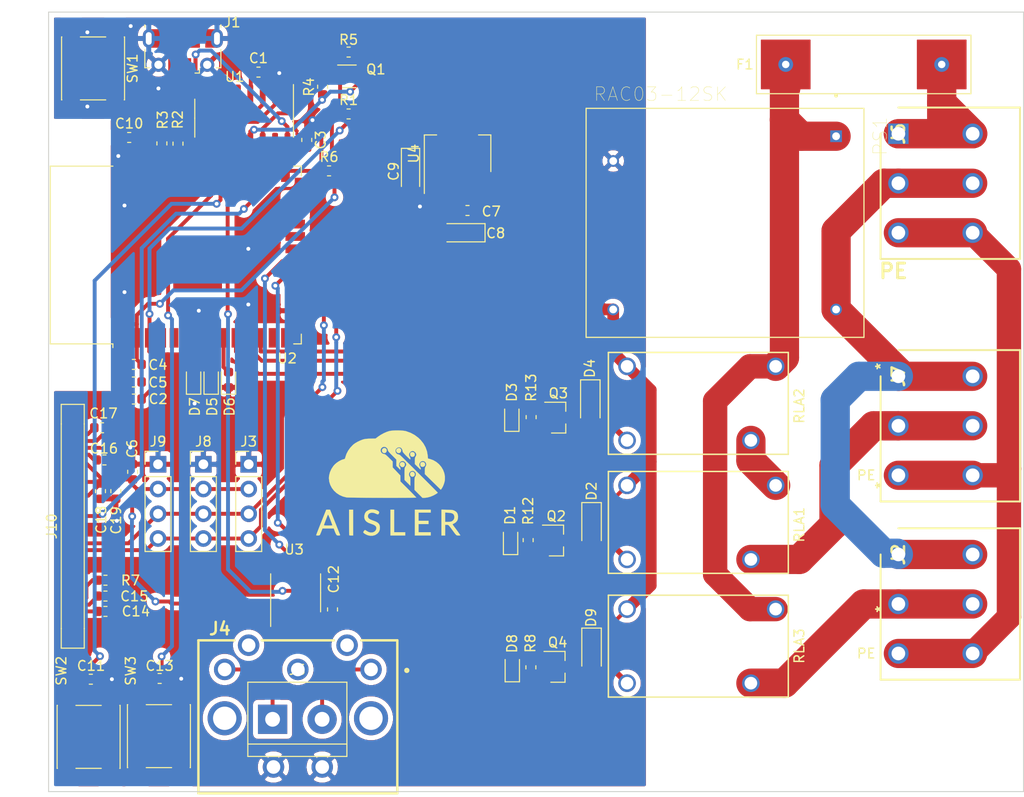
<source format=kicad_pcb>
(kicad_pcb (version 20171130) (host pcbnew "(5.1.4)-1")
  (layers (0 F.Cu signal) (31 B.Cu signal) (34 B.Paste user) (35 F.Paste user) (36 B.SilkS user) (37 F.SilkS user) (38 B.Mask user) (39 F.Mask user) (44 Edge.Cuts user))
  (net 0 "")
  (net 1 GND)
  (net 2 "Net-(C1-Pad1)")
  (net 3 EN)
  (net 4 "Net-(C3-Pad2)")
  (net 5 +3V3)
  (net 6 "Net-(R2-Pad2)")
  (net 7 USB_TX)
  (net 8 "Net-(R3-Pad2)")
  (net 9 USB_RX)
  (net 10 "Net-(Q1-Pad4)")
  (net 11 "Net-(Q1-Pad2)")
  (net 12 "Net-(Q1-Pad1)")
  (net 13 "Net-(Q1-Pad5)")
  (net 14 IO0)
  (net 15 "Net-(U1-Pad15)")
  (net 16 "Net-(U1-Pad12)")
  (net 17 "Net-(U1-Pad11)")
  (net 18 "Net-(U1-Pad10)")
  (net 19 "Net-(U1-Pad9)")
  (net 20 "Net-(U1-Pad8)")
  (net 21 "Net-(U1-Pad7)")
  (net 22 "Net-(J1-Pad2)")
  (net 23 "Net-(J1-Pad3)")
  (net 24 SDA)
  (net 25 SCL)
  (net 26 "Net-(U2-Pad33)")
  (net 27 "Net-(U2-Pad32)")
  (net 28 SW3)
  (net 29 SW2)
  (net 30 "Net-(U2-Pad24)")
  (net 31 SW1)
  (net 32 "Net-(U2-Pad22)")
  (net 33 "Net-(U2-Pad21)")
  (net 34 "Net-(U2-Pad20)")
  (net 35 "Net-(U2-Pad6)")
  (net 36 "Net-(U2-Pad5)")
  (net 37 "Net-(U2-Pad4)")
  (net 38 "Net-(J1-Pad4)")
  (net 39 DISP_RES)
  (net 40 "Net-(J4-Pad5)")
  (net 41 "Net-(J4-Pad4)")
  (net 42 "Net-(J4-Pad3)")
  (net 43 "Net-(J4-Pad2)")
  (net 44 "Net-(J4-Pad1)")
  (net 45 SPI_SS)
  (net 46 "Net-(U2-Pad27)")
  (net 47 SPI_MISO)
  (net 48 SPI_SCK)
  (net 49 RELAY1)
  (net 50 "Net-(D2-Pad2)")
  (net 51 RELAY2)
  (net 52 "Net-(D4-Pad2)")
  (net 53 "Net-(F1-Pad2)")
  (net 54 230V-L)
  (net 55 230V-N)
  (net 56 /230V-Relay/OUTPUT-A)
  (net 57 +12V)
  (net 58 /sheet5DF55D65/OUTPUT-A)
  (net 59 "Net-(C14-Pad1)")
  (net 60 "Net-(C15-Pad1)")
  (net 61 "Net-(C16-Pad2)")
  (net 62 "Net-(C16-Pad1)")
  (net 63 "Net-(C17-Pad2)")
  (net 64 "Net-(C17-Pad1)")
  (net 65 LED1)
  (net 66 LED2)
  (net 67 LED3)
  (net 68 "Net-(D9-Pad2)")
  (net 69 PE)
  (net 70 /sheet5DF376A8/OUTPUT-A)
  (net 71 "Net-(J10-Pad26)")
  (net 72 "Net-(J10-Pad7)")
  (net 73 RELAY3)
  (net 74 "Net-(U2-Pad36)")
  (net 75 "Net-(U2-Pad23)")
  (net 76 "Net-(U2-Pad14)")
  (net 77 "Net-(U2-Pad13)")
  (net 78 "Net-(U2-Pad28)")
  (module StudiokiController:Aisler_Logo (layer F.Cu) (at 84.836 98.298)
    (fp_text reference G*** hide)
    (fp_text value LOGO hide)
  )
  (module RAC03-12SK:CONV_RAC03-12SK (layer F.Cu) (at 119.38 71.628 270)
    (fp_text reference PS1 (at -8.894 -15.909 90) (layer F.SilkS) (effects (font (size 1.4 1.4) (thickness 0.05))))
    (fp_text value RAC03-12SK (at -13.208 6.604 180) (layer F.SilkS) (effects (font (size 1.4 1.4) (thickness 0.05))))
    (pad 2 thru_hole circle (at -6.35 11.47 180) (size 1.2 1.2) (drill 0.8) (layers *.Cu *.Mask) (net 1 GND))
    (pad 3 thru_hole circle (at 8.89 11.47 180) (size 1.2 1.2) (drill 0.8) (layers *.Cu *.Mask) (net 57 +12V))
    (pad 4 thru_hole circle (at 8.89 -11.39 180) (size 1.2 1.2) (drill 0.8) (layers *.Cu *.Mask) (net 55 230V-N))
    (pad 1 thru_hole rect (at -8.89 -11.39 180) (size 1.2 1.2) (drill 0.8) (layers *.Cu *.Mask) (net 54 230V-L))
  )
  (module StudiokiController:RHDR6W120P762X508_2X3_1524X1410X1355P (layer F.Cu) (at 137.16 87.376 270)
    (fp_text reference J7 (at 0 0 90) (layer F.SilkS) (effects (font (size 1.27 1.27) (thickness 0.254))))
    (fp_text value WJ142R-5.08-3P hide)
    (pad 6 thru_hole circle (at 10.16 -7.62 270) (size 2.1 2.1) (drill 1.4) (layers *.Cu *.Mask) (net 69 PE))
    (pad 5 thru_hole circle (at 10.16 0 270) (size 2.1 2.1) (drill 1.4) (layers *.Cu *.Mask) (net 69 PE))
    (pad 4 thru_hole circle (at 5.08 -7.62 270) (size 2.1 2.1) (drill 1.4) (layers *.Cu *.Mask) (net 56 /230V-Relay/OUTPUT-A))
    (pad 3 thru_hole circle (at 5.08 0 270) (size 2.1 2.1) (drill 1.4) (layers *.Cu *.Mask) (net 56 /230V-Relay/OUTPUT-A))
    (pad 2 thru_hole circle (at 0 -7.62 270) (size 2.1 2.1) (drill 1.4) (layers *.Cu *.Mask) (net 55 230V-N))
    (pad 1 thru_hole rect (at 0 0 270) (size 2.1 2.1) (drill 1.4) (layers *.Cu *.Mask) (net 55 230V-N))
  )
  (module StudiokiController:RHDR6W120P762X508_2X3_1524X1410X1355P (layer F.Cu) (at 137.16 62.484 270)
    (fp_text reference J6 (at 0 0 90) (layer F.SilkS) (effects (font (size 1.27 1.27) (thickness 0.254))))
    (fp_text value WJ142R-5.08-3P hide)
    (pad 6 thru_hole circle (at 10.16 -7.62 270) (size 2.1 2.1) (drill 1.4) (layers *.Cu *.Mask) (net 69 PE))
    (pad 5 thru_hole circle (at 10.16 0 270) (size 2.1 2.1) (drill 1.4) (layers *.Cu *.Mask) (net 69 PE))
    (pad 4 thru_hole circle (at 5.08 -7.62 270) (size 2.1 2.1) (drill 1.4) (layers *.Cu *.Mask) (net 55 230V-N))
    (pad 3 thru_hole circle (at 5.08 0 270) (size 2.1 2.1) (drill 1.4) (layers *.Cu *.Mask) (net 55 230V-N))
    (pad 2 thru_hole circle (at 0 -7.62 270) (size 2.1 2.1) (drill 1.4) (layers *.Cu *.Mask) (net 53 "Net-(F1-Pad2)"))
    (pad 1 thru_hole rect (at 0 0 270) (size 2.1 2.1) (drill 1.4) (layers *.Cu *.Mask) (net 53 "Net-(F1-Pad2)"))
  )
  (module StudiokiController:57PC5FS (layer F.Cu) (at 75.565 130.175 90)
    (fp_text reference J4 (at 16.891 -8.001 180) (layer F.SilkS) (effects (font (size 1.27 1.27) (thickness 0.254))))
    (fp_text value 57PC5FS hide)
    (pad 9 thru_hole circle (at 7.7 -7.505 90) (size 3.5 3.5) (drill 2.39) (layers *.Cu *.Mask))
    (pad 8 thru_hole circle (at 7.7 7.505 90) (size 3.5 3.5) (drill 2.39) (layers *.Cu *.Mask))
    (pad 7 thru_hole circle (at 2.7 -2.5 90) (size 2.2 2.2) (drill 1.4) (layers *.Cu *.Mask) (net 1 GND))
    (pad 6 thru_hole circle (at 2.7 2.5 90) (size 2.2 2.2) (drill 1.4) (layers *.Cu *.Mask) (net 1 GND))
    (pad 5 thru_hole circle (at 15.2 -5.05 90) (size 2.2 2.2) (drill 1.4) (layers *.Cu *.Mask) (net 40 "Net-(J4-Pad5)"))
    (pad 4 thru_hole circle (at 15.2 5.05 90) (size 2.2 2.2) (drill 1.4) (layers *.Cu *.Mask) (net 41 "Net-(J4-Pad4)"))
    (pad 3 thru_hole circle (at 12.71 -7.505 90) (size 2.2 2.2) (drill 1.4) (layers *.Cu *.Mask) (net 42 "Net-(J4-Pad3)"))
    (pad 2 thru_hole circle (at 12.71 0 90) (size 2.2 2.2) (drill 1.4) (layers *.Cu *.Mask) (net 43 "Net-(J4-Pad2)"))
    (pad 1 thru_hole circle (at 12.71 7.505 90) (size 2.2 2.2) (drill 1.4) (layers *.Cu *.Mask) (net 44 "Net-(J4-Pad1)"))
  )
  (module StudiokiController:RHDR6W120P762X508_2X3_1524X1410X1355P (layer F.Cu) (at 137.16 105.664 270)
    (fp_text reference J2 (at 0 0 90) (layer F.SilkS) (effects (font (size 1.27 1.27) (thickness 0.254))))
    (fp_text value WJ142R-5.08-3P hide)
    (pad 6 thru_hole circle (at 10.16 -7.62 270) (size 2.1 2.1) (drill 1.4) (layers *.Cu *.Mask) (net 69 PE))
    (pad 5 thru_hole circle (at 10.16 0 270) (size 2.1 2.1) (drill 1.4) (layers *.Cu *.Mask) (net 69 PE))
    (pad 4 thru_hole circle (at 5.08 -7.62 270) (size 2.1 2.1) (drill 1.4) (layers *.Cu *.Mask) (net 70 /sheet5DF376A8/OUTPUT-A))
    (pad 3 thru_hole circle (at 5.08 0 270) (size 2.1 2.1) (drill 1.4) (layers *.Cu *.Mask) (net 70 /sheet5DF376A8/OUTPUT-A))
    (pad 2 thru_hole circle (at 0 -7.62 270) (size 2.1 2.1) (drill 1.4) (layers *.Cu *.Mask) (net 55 230V-N))
    (pad 1 thru_hole rect (at 0 0 270) (size 2.1 2.1) (drill 1.4) (layers *.Cu *.Mask) (net 55 230V-N))
  )
  (module RF_Module:ESP32-WROOM-32 (layer F.Cu) (at 66.04 74.93 90)
    (fp_text reference U2 (at -10.61 8.43) (layer F.SilkS))
    (fp_text value ESP32-WROOM-32D)
    (pad 38 smd rect (at 8.5 -8.255 90) (size 2 0.9) (layers F.Cu F.Paste F.Mask) (net 1 GND))
    (pad 37 smd rect (at 8.5 -6.985 90) (size 2 0.9) (layers F.Cu F.Paste F.Mask) (net 31 SW1))
    (pad 36 smd rect (at 8.5 -5.715 90) (size 2 0.9) (layers F.Cu F.Paste F.Mask) (net 74 "Net-(U2-Pad36)"))
    (pad 35 smd rect (at 8.5 -4.445 90) (size 2 0.9) (layers F.Cu F.Paste F.Mask) (net 9 USB_RX))
    (pad 34 smd rect (at 8.5 -3.175 90) (size 2 0.9) (layers F.Cu F.Paste F.Mask) (net 7 USB_TX))
    (pad 33 smd rect (at 8.5 -1.905 90) (size 2 0.9) (layers F.Cu F.Paste F.Mask) (net 26 "Net-(U2-Pad33)"))
    (pad 32 smd rect (at 8.5 -0.635 90) (size 2 0.9) (layers F.Cu F.Paste F.Mask) (net 27 "Net-(U2-Pad32)"))
    (pad 31 smd rect (at 8.5 0.635 90) (size 2 0.9) (layers F.Cu F.Paste F.Mask) (net 28 SW3))
    (pad 30 smd rect (at 8.5 1.905 90) (size 2 0.9) (layers F.Cu F.Paste F.Mask) (net 29 SW2))
    (pad 29 smd rect (at 8.5 3.175 90) (size 2 0.9) (layers F.Cu F.Paste F.Mask) (net 45 SPI_SS))
    (pad 28 smd rect (at 8.5 4.445 90) (size 2 0.9) (layers F.Cu F.Paste F.Mask) (net 78 "Net-(U2-Pad28)"))
    (pad 27 smd rect (at 8.5 5.715 90) (size 2 0.9) (layers F.Cu F.Paste F.Mask) (net 46 "Net-(U2-Pad27)"))
    (pad 26 smd rect (at 8.5 6.985 90) (size 2 0.9) (layers F.Cu F.Paste F.Mask) (net 39 DISP_RES))
    (pad 25 smd rect (at 8.5 8.255 90) (size 2 0.9) (layers F.Cu F.Paste F.Mask) (net 14 IO0))
    (pad 24 smd rect (at 5.715 9.255 180) (size 2 0.9) (layers F.Cu F.Paste F.Mask) (net 30 "Net-(U2-Pad24)"))
    (pad 23 smd rect (at 4.445 9.255 180) (size 2 0.9) (layers F.Cu F.Paste F.Mask) (net 75 "Net-(U2-Pad23)"))
    (pad 22 smd rect (at 3.175 9.255 180) (size 2 0.9) (layers F.Cu F.Paste F.Mask) (net 32 "Net-(U2-Pad22)"))
    (pad 21 smd rect (at 1.905 9.255 180) (size 2 0.9) (layers F.Cu F.Paste F.Mask) (net 33 "Net-(U2-Pad21)"))
    (pad 20 smd rect (at 0.635 9.255 180) (size 2 0.9) (layers F.Cu F.Paste F.Mask) (net 34 "Net-(U2-Pad20)"))
    (pad 19 smd rect (at -0.635 9.255 180) (size 2 0.9) (layers F.Cu F.Paste F.Mask) (net 47 SPI_MISO))
    (pad 18 smd rect (at -1.905 9.255 180) (size 2 0.9) (layers F.Cu F.Paste F.Mask) (net 48 SPI_SCK))
    (pad 17 smd rect (at -3.175 9.255 180) (size 2 0.9) (layers F.Cu F.Paste F.Mask) (net 24 SDA))
    (pad 16 smd rect (at -4.445 9.255 180) (size 2 0.9) (layers F.Cu F.Paste F.Mask) (net 25 SCL))
    (pad 15 smd rect (at -5.715 9.255 180) (size 2 0.9) (layers F.Cu F.Paste F.Mask) (net 1 GND))
    (pad 14 smd rect (at -8.5 8.255 90) (size 2 0.9) (layers F.Cu F.Paste F.Mask) (net 76 "Net-(U2-Pad14)"))
    (pad 13 smd rect (at -8.5 6.985 90) (size 2 0.9) (layers F.Cu F.Paste F.Mask) (net 77 "Net-(U2-Pad13)"))
    (pad 12 smd rect (at -8.5 5.715 90) (size 2 0.9) (layers F.Cu F.Paste F.Mask) (net 51 RELAY2))
    (pad 11 smd rect (at -8.5 4.445 90) (size 2 0.9) (layers F.Cu F.Paste F.Mask) (net 49 RELAY1))
    (pad 10 smd rect (at -8.5 3.175 90) (size 2 0.9) (layers F.Cu F.Paste F.Mask) (net 73 RELAY3))
    (pad 9 smd rect (at -8.5 1.905 90) (size 2 0.9) (layers F.Cu F.Paste F.Mask) (net 66 LED2))
    (pad 8 smd rect (at -8.5 0.635 90) (size 2 0.9) (layers F.Cu F.Paste F.Mask) (net 65 LED1))
    (pad 7 smd rect (at -8.5 -0.635 90) (size 2 0.9) (layers F.Cu F.Paste F.Mask) (net 67 LED3))
    (pad 6 smd rect (at -8.5 -1.905 90) (size 2 0.9) (layers F.Cu F.Paste F.Mask) (net 35 "Net-(U2-Pad6)"))
    (pad 5 smd rect (at -8.5 -3.175 90) (size 2 0.9) (layers F.Cu F.Paste F.Mask) (net 36 "Net-(U2-Pad5)"))
    (pad 4 smd rect (at -8.5 -4.445 90) (size 2 0.9) (layers F.Cu F.Paste F.Mask) (net 37 "Net-(U2-Pad4)"))
    (pad 3 smd rect (at -8.5 -5.715 90) (size 2 0.9) (layers F.Cu F.Paste F.Mask) (net 3 EN))
    (pad 2 smd rect (at -8.5 -6.985 90) (size 2 0.9) (layers F.Cu F.Paste F.Mask) (net 5 +3V3))
    (pad 1 smd rect (at -8.5 -8.255 90) (size 2 0.9) (layers F.Cu F.Paste F.Mask) (net 1 GND))
    (pad 39 smd rect (at -1 -0.755 90) (size 5 5) (layers F.Cu F.Paste F.Mask))
  )
  (module Capacitor_SMD:C_0603_1608Metric (layer F.Cu) (at 58.2675 62.865)
    (fp_text reference C10 (at 0 -1.43) (layer F.SilkS))
    (fp_text value 100nF)
    (pad 2 smd roundrect (at 0.7875 0) (size 0.875 0.95) (layers F.Cu F.Paste F.Mask) (net 31 SW1))
    (pad 1 smd roundrect (at -0.7875 0) (size 0.875 0.95) (layers F.Cu F.Paste F.Mask) (net 1 GND))
  )
  (module Button_Switch_SMD:SW_SPST_PTS645 (layer F.Cu) (at 61.3156 124.3076 90)
    (fp_text reference SW3 (at 6.7056 -2.8956 90) (layer F.SilkS))
    (fp_text value SW_Push)
    (pad 2 smd rect (at 3.98 2.25 90) (size 1.55 1.3) (layers F.Cu F.Paste F.Mask) (net 1 GND))
    (pad 1 smd rect (at 3.98 -2.25 90) (size 1.55 1.3) (layers F.Cu F.Paste F.Mask) (net 28 SW3))
    (pad 1 smd rect (at -3.98 -2.25 90) (size 1.55 1.3) (layers F.Cu F.Paste F.Mask) (net 28 SW3))
    (pad 2 smd rect (at -3.98 2.25 90) (size 1.55 1.3) (layers F.Cu F.Paste F.Mask) (net 1 GND))
  )
  (module Button_Switch_SMD:SW_SPST_PTS645 (layer F.Cu) (at 54.102 124.3838 90)
    (fp_text reference SW2 (at 6.7818 -2.794 90) (layer F.SilkS))
    (fp_text value SW_Push)
    (pad 2 smd rect (at 3.98 2.25 90) (size 1.55 1.3) (layers F.Cu F.Paste F.Mask) (net 1 GND))
    (pad 1 smd rect (at 3.98 -2.25 90) (size 1.55 1.3) (layers F.Cu F.Paste F.Mask) (net 29 SW2))
    (pad 1 smd rect (at -3.98 -2.25 90) (size 1.55 1.3) (layers F.Cu F.Paste F.Mask) (net 29 SW2))
    (pad 2 smd rect (at -3.98 2.25 90) (size 1.55 1.3) (layers F.Cu F.Paste F.Mask) (net 1 GND))
  )
  (module Button_Switch_SMD:SW_SPST_PTS645 (layer F.Cu) (at 54.5592 55.7784 270)
    (fp_text reference SW1 (at 0 -4.05 90) (layer F.SilkS))
    (fp_text value SW_Push)
    (pad 2 smd rect (at 3.98 2.25 270) (size 1.55 1.3) (layers F.Cu F.Paste F.Mask) (net 1 GND))
    (pad 1 smd rect (at 3.98 -2.25 270) (size 1.55 1.3) (layers F.Cu F.Paste F.Mask) (net 31 SW1))
    (pad 1 smd rect (at -3.98 -2.25 270) (size 1.55 1.3) (layers F.Cu F.Paste F.Mask) (net 31 SW1))
    (pad 2 smd rect (at -3.98 2.25 270) (size 1.55 1.3) (layers F.Cu F.Paste F.Mask) (net 1 GND))
  )
  (module Package_TO_SOT_SMD:SOT-223 (layer F.Cu) (at 91.948 64.516 90)
    (fp_text reference U4 (at 0 -4.5 90) (layer F.SilkS))
    (fp_text value AZ1117-3.3)
    (pad 1 smd rect (at -3.15 -2.3 90) (size 2 1.5) (layers F.Cu F.Paste F.Mask) (net 1 GND))
    (pad 3 smd rect (at -3.15 2.3 90) (size 2 1.5) (layers F.Cu F.Paste F.Mask) (net 57 +12V))
    (pad 2 smd rect (at -3.15 0 90) (size 2 1.5) (layers F.Cu F.Paste F.Mask) (net 5 +3V3))
    (pad 4 smd rect (at 3.15 0 90) (size 2 3.8) (layers F.Cu F.Paste F.Mask))
  )
  (module StudiokiController:OJE-SH-112HM_000 (layer F.Cu) (at 108.712 118.872 270)
    (fp_text reference RLA3 (at -3.81 -18.288 90) (layer F.SilkS))
    (fp_text value OJE-SH-112HM_000 hide)
    (fp_text user * (at -7.6 -26.666668 90) (layer F.SilkS))
    (fp_text user * (at -7.6 -26.666668 90) (layer F.SilkS))
    (pad 4 thru_hole circle (at 0 -13.320003 270) (size 1.8034 1.8034) (drill 1.2954) (layers *.Cu *.Mask) (net 70 /sheet5DF376A8/OUTPUT-A))
    (pad 3 thru_hole circle (at 0 -0.620003 270) (size 1.8034 1.8034) (drill 1.2954) (layers *.Cu *.Mask) (net 68 "Net-(D9-Pad2)"))
    (pad 2 thru_hole circle (at -7.6 -0.620003 270) (size 1.8034 1.8034) (drill 1.2954) (layers *.Cu *.Mask) (net 57 +12V))
    (pad 1 thru_hole circle (at -7.6 -15.860003 270) (size 1.8034 1.8034) (drill 1.2954) (layers *.Cu *.Mask) (net 54 230V-L))
  )
  (module Resistor_SMD:R_0603_1608Metric (layer F.Cu) (at 99.4664 117.2464 270)
    (fp_text reference R8 (at -2.4638 0.0508 90) (layer F.SilkS))
    (fp_text value 10k)
    (pad 2 smd roundrect (at 0.7875 0 270) (size 0.875 0.95) (layers F.Cu F.Paste F.Mask) (net 1 GND))
    (pad 1 smd roundrect (at -0.7875 0 270) (size 0.875 0.95) (layers F.Cu F.Paste F.Mask) (net 73 RELAY3))
  )
  (module Package_TO_SOT_SMD:SOT-23 (layer F.Cu) (at 102.2096 117.1956)
    (fp_text reference Q4 (at 0 -2.5) (layer F.SilkS))
    (fp_text value PMV20XNE)
    (pad 3 smd rect (at 1 0) (size 0.9 0.8) (layers F.Cu F.Paste F.Mask) (net 68 "Net-(D9-Pad2)"))
    (pad 2 smd rect (at -1 0.95) (size 0.9 0.8) (layers F.Cu F.Paste F.Mask) (net 1 GND))
    (pad 1 smd rect (at -1 -0.95) (size 0.9 0.8) (layers F.Cu F.Paste F.Mask) (net 73 RELAY3))
  )
  (module Connector_PinHeader_2.54mm:PinHeader_1x04_P2.54mm_Vertical (layer F.Cu) (at 61.2238 96.407)
    (fp_text reference J9 (at 0 -2.33) (layer F.SilkS))
    (fp_text value Conn_01x04_Female)
    (pad 4 thru_hole oval (at 0 7.62) (size 1.7 1.7) (drill 1) (layers *.Cu *.Mask) (net 24 SDA))
    (pad 3 thru_hole oval (at 0 5.08) (size 1.7 1.7) (drill 1) (layers *.Cu *.Mask) (net 25 SCL))
    (pad 2 thru_hole oval (at 0 2.54) (size 1.7 1.7) (drill 1) (layers *.Cu *.Mask) (net 5 +3V3))
    (pad 1 thru_hole rect (at 0 0) (size 1.7 1.7) (drill 1) (layers *.Cu *.Mask) (net 1 GND))
  )
  (module Connector_PinHeader_2.54mm:PinHeader_1x04_P2.54mm_Vertical (layer F.Cu) (at 65.8738 96.407)
    (fp_text reference J8 (at 0 -2.33) (layer F.SilkS))
    (fp_text value Conn_01x04_Female)
    (pad 4 thru_hole oval (at 0 7.62) (size 1.7 1.7) (drill 1) (layers *.Cu *.Mask) (net 24 SDA))
    (pad 3 thru_hole oval (at 0 5.08) (size 1.7 1.7) (drill 1) (layers *.Cu *.Mask) (net 25 SCL))
    (pad 2 thru_hole oval (at 0 2.54) (size 1.7 1.7) (drill 1) (layers *.Cu *.Mask) (net 5 +3V3))
    (pad 1 thru_hole rect (at 0 0) (size 1.7 1.7) (drill 1) (layers *.Cu *.Mask) (net 1 GND))
  )
  (module Connector_PinHeader_2.54mm:PinHeader_1x04_P2.54mm_Vertical (layer F.Cu) (at 70.5238 96.407)
    (fp_text reference J3 (at 0 -2.33) (layer F.SilkS))
    (fp_text value Conn_01x04_Female)
    (pad 4 thru_hole oval (at 0 7.62) (size 1.7 1.7) (drill 1) (layers *.Cu *.Mask) (net 24 SDA))
    (pad 3 thru_hole oval (at 0 5.08) (size 1.7 1.7) (drill 1) (layers *.Cu *.Mask) (net 25 SCL))
    (pad 2 thru_hole oval (at 0 2.54) (size 1.7 1.7) (drill 1) (layers *.Cu *.Mask) (net 5 +3V3))
    (pad 1 thru_hole rect (at 0 0) (size 1.7 1.7) (drill 1) (layers *.Cu *.Mask) (net 1 GND))
  )
  (module Diode_SMD:D_SOD-123 (layer F.Cu) (at 105.6894 115.4684 270)
    (fp_text reference D9 (at -3.3274 0.0508 90) (layer F.SilkS))
    (fp_text value 1N4148W-TP)
    (pad 2 smd rect (at 1.65 0 270) (size 0.9 1.2) (layers F.Cu F.Paste F.Mask) (net 68 "Net-(D9-Pad2)"))
    (pad 1 smd rect (at -1.65 0 270) (size 0.9 1.2) (layers F.Cu F.Paste F.Mask) (net 57 +12V))
  )
  (module LED_SMD:LED_0603_1608Metric (layer F.Cu) (at 97.5614 117.2464 90)
    (fp_text reference D8 (at 2.4384 -0.0254 90) (layer F.SilkS))
    (fp_text value LED)
    (pad 2 smd roundrect (at 0.7875 0 90) (size 0.875 0.95) (layers F.Cu F.Paste F.Mask) (net 73 RELAY3))
    (pad 1 smd roundrect (at -0.7875 0 90) (size 0.875 0.95) (layers F.Cu F.Paste F.Mask) (net 1 GND))
  )
  (module LED_SMD:LED_0603_1608Metric (layer F.Cu) (at 64.8716 87.7315 90)
    (fp_text reference D7 (at -2.7687 0.127 90) (layer F.SilkS))
    (fp_text value LED)
    (pad 2 smd roundrect (at 0.7875 0 90) (size 0.875 0.95) (layers F.Cu F.Paste F.Mask) (net 67 LED3))
    (pad 1 smd roundrect (at -0.7875 0 90) (size 0.875 0.95) (layers F.Cu F.Paste F.Mask) (net 1 GND))
  )
  (module LED_SMD:LED_0603_1608Metric (layer F.Cu) (at 68.453 87.7317 90)
    (fp_text reference D6 (at -2.7685 0.1016 90) (layer F.SilkS))
    (fp_text value LED)
    (pad 2 smd roundrect (at 0.7875 0 90) (size 0.875 0.95) (layers F.Cu F.Paste F.Mask) (net 66 LED2))
    (pad 1 smd roundrect (at -0.7875 0 90) (size 0.875 0.95) (layers F.Cu F.Paste F.Mask) (net 1 GND))
  )
  (module LED_SMD:LED_0603_1608Metric (layer F.Cu) (at 66.675 87.7316 90)
    (fp_text reference D5 (at -2.7686 0.1016 90) (layer F.SilkS))
    (fp_text value LED)
    (pad 2 smd roundrect (at 0.7875 0 90) (size 0.875 0.95) (layers F.Cu F.Paste F.Mask) (net 65 LED1))
    (pad 1 smd roundrect (at -0.7875 0 90) (size 0.875 0.95) (layers F.Cu F.Paste F.Mask) (net 1 GND))
  )
  (module Capacitor_SMD:C_0603_1608Metric (layer F.Cu) (at 61.3918 118.3894 180)
    (fp_text reference C13 (at 0 1.2954) (layer F.SilkS))
    (fp_text value 100nF)
    (pad 2 smd roundrect (at 0.7875 0 180) (size 0.875 0.95) (layers F.Cu F.Paste F.Mask) (net 28 SW3))
    (pad 1 smd roundrect (at -0.7875 0 180) (size 0.875 0.95) (layers F.Cu F.Paste F.Mask) (net 1 GND))
  )
  (module Capacitor_SMD:C_0603_1608Metric (layer F.Cu) (at 54.3306 118.4656 180)
    (fp_text reference C11 (at -0.0254 1.3716) (layer F.SilkS))
    (fp_text value 100nF)
    (pad 2 smd roundrect (at 0.7875 0 180) (size 0.875 0.95) (layers F.Cu F.Paste F.Mask) (net 29 SW2))
    (pad 1 smd roundrect (at -0.7875 0 180) (size 0.875 0.95) (layers F.Cu F.Paste F.Mask) (net 1 GND))
  )
  (module Capacitor_Tantalum_SMD:CP_EIA-3216-12_Kemet-S (layer F.Cu) (at 87.122 66.294 270)
    (fp_text reference C9 (at 0.0508 1.7272 90) (layer F.SilkS))
    (fp_text value "10uF tantal")
    (pad 2 smd roundrect (at 1.35 0 270) (size 1.4 1.35) (layers F.Cu F.Paste F.Mask) (roundrect_rratio 0.185185) (net 1 GND))
    (pad 1 smd roundrect (at -1.35 0 270) (size 1.4 1.35) (layers F.Cu F.Paste F.Mask) (roundrect_rratio 0.185185) (net 5 +3V3))
  )
  (module Capacitor_Tantalum_SMD:CP_EIA-3216-12_Kemet-S (layer F.Cu) (at 92.456 72.644 180)
    (fp_text reference C8 (at -3.4036 -0.0508) (layer F.SilkS))
    (fp_text value "10uF tantal")
    (pad 2 smd roundrect (at 1.35 0 180) (size 1.4 1.35) (layers F.Cu F.Paste F.Mask) (roundrect_rratio 0.185185) (net 1 GND))
    (pad 1 smd roundrect (at -1.35 0 180) (size 1.4 1.35) (layers F.Cu F.Paste F.Mask) (roundrect_rratio 0.185185) (net 57 +12V))
  )
  (module Capacitor_SMD:C_0603_1608Metric (layer F.Cu) (at 92.964 70.358 180)
    (fp_text reference C7 (at -2.4384 -0.1016) (layer F.SilkS))
    (fp_text value 100nF)
    (pad 2 smd roundrect (at 0.7875 0 180) (size 0.875 0.95) (layers F.Cu F.Paste F.Mask) (net 1 GND))
    (pad 1 smd roundrect (at -0.7875 0 180) (size 0.875 0.95) (layers F.Cu F.Paste F.Mask) (net 57 +12V))
  )
  (module Capacitor_SMD:C_0603_1608Metric (layer F.Cu) (at 58.6232 97.1804 90)
    (fp_text reference C6 (at 2.3876 -0.0508 90) (layer F.SilkS))
    (fp_text value 100nF)
    (pad 2 smd roundrect (at 0.7875 0 90) (size 0.875 0.95) (layers F.Cu F.Paste F.Mask) (net 1 GND))
    (pad 1 smd roundrect (at -0.7875 0 90) (size 0.875 0.95) (layers F.Cu F.Paste F.Mask) (net 5 +3V3))
  )
  (module StudiokiController:OJE-SH-112HM_000 (layer F.Cu) (at 108.712 93.9546 270)
    (fp_text reference RLA2 (at -3.5306 -18.288 90) (layer F.SilkS))
    (fp_text value OJE-SH-112HM_000 hide)
    (fp_text user * (at -7.6 -26.666668 90) (layer F.SilkS))
    (fp_text user * (at -7.6 -26.666668 90) (layer F.SilkS))
    (pad 4 thru_hole circle (at 0 -13.320003 270) (size 1.8034 1.8034) (drill 1.2954) (layers *.Cu *.Mask) (net 58 /sheet5DF55D65/OUTPUT-A))
    (pad 3 thru_hole circle (at 0 -0.620003 270) (size 1.8034 1.8034) (drill 1.2954) (layers *.Cu *.Mask) (net 52 "Net-(D4-Pad2)"))
    (pad 2 thru_hole circle (at -7.6 -0.620003 270) (size 1.8034 1.8034) (drill 1.2954) (layers *.Cu *.Mask) (net 57 +12V))
    (pad 1 thru_hole circle (at -7.6 -15.860003 270) (size 1.8034 1.8034) (drill 1.2954) (layers *.Cu *.Mask) (net 54 230V-L))
  )
  (module StudiokiController:OJE-SH-112HM_000 (layer F.Cu) (at 108.712 106.172 270)
    (fp_text reference RLA1 (at -3.556 -18.288 90) (layer F.SilkS))
    (fp_text value OJE-SH-112HM_000 hide)
    (fp_text user * (at -7.6 -26.666668 90) (layer F.SilkS))
    (fp_text user * (at -7.6 -26.666668 90) (layer F.SilkS))
    (pad 4 thru_hole circle (at 0 -13.320003 270) (size 1.8034 1.8034) (drill 1.2954) (layers *.Cu *.Mask) (net 56 /230V-Relay/OUTPUT-A))
    (pad 3 thru_hole circle (at 0 -0.620003 270) (size 1.8034 1.8034) (drill 1.2954) (layers *.Cu *.Mask) (net 50 "Net-(D2-Pad2)"))
    (pad 2 thru_hole circle (at -7.6 -0.620003 270) (size 1.8034 1.8034) (drill 1.2954) (layers *.Cu *.Mask) (net 57 +12V))
    (pad 1 thru_hole circle (at -7.6 -15.860003 270) (size 1.8034 1.8034) (drill 1.2954) (layers *.Cu *.Mask) (net 58 /sheet5DF55D65/OUTPUT-A))
  )
  (module Resistor_SMD:R_0603_1608Metric (layer F.Cu) (at 99.4918 91.5671 270)
    (fp_text reference R13 (at -3.0227 0 90) (layer F.SilkS))
    (fp_text value 10k)
    (pad 2 smd roundrect (at 0.7875 0 270) (size 0.875 0.95) (layers F.Cu F.Paste F.Mask) (net 1 GND))
    (pad 1 smd roundrect (at -0.7875 0 270) (size 0.875 0.95) (layers F.Cu F.Paste F.Mask) (net 51 RELAY2))
  )
  (module Resistor_SMD:R_0603_1608Metric (layer F.Cu) (at 99.187 104.1908 270)
    (fp_text reference R12 (at -2.9972 0 90) (layer F.SilkS))
    (fp_text value 10k)
    (pad 2 smd roundrect (at 0.7875 0 270) (size 0.875 0.95) (layers F.Cu F.Paste F.Mask) (net 1 GND))
    (pad 1 smd roundrect (at -0.7875 0 270) (size 0.875 0.95) (layers F.Cu F.Paste F.Mask) (net 49 RELAY1))
  )
  (module Package_TO_SOT_SMD:SOT-23 (layer F.Cu) (at 102.2858 91.6178)
    (fp_text reference Q3 (at 0 -2.5) (layer F.SilkS))
    (fp_text value PMV20XNE)
    (pad 3 smd rect (at 1 0) (size 0.9 0.8) (layers F.Cu F.Paste F.Mask) (net 52 "Net-(D4-Pad2)"))
    (pad 2 smd rect (at -1 0.95) (size 0.9 0.8) (layers F.Cu F.Paste F.Mask) (net 1 GND))
    (pad 1 smd rect (at -1 -0.95) (size 0.9 0.8) (layers F.Cu F.Paste F.Mask) (net 51 RELAY2))
  )
  (module Package_TO_SOT_SMD:SOT-23 (layer F.Cu) (at 102.0572 104.2314)
    (fp_text reference Q2 (at 0 -2.5) (layer F.SilkS))
    (fp_text value PMV20XNE)
    (pad 3 smd rect (at 1 0) (size 0.9 0.8) (layers F.Cu F.Paste F.Mask) (net 50 "Net-(D2-Pad2)"))
    (pad 2 smd rect (at -1 0.95) (size 0.9 0.8) (layers F.Cu F.Paste F.Mask) (net 1 GND))
    (pad 1 smd rect (at -1 -0.95) (size 0.9 0.8) (layers F.Cu F.Paste F.Mask) (net 49 RELAY1))
  )
  (module StudiokiController:Littelfuse65800001009 (layer F.Cu) (at 133.604 55.372)
    (fp_text reference F1 (at -12.192 0) (layer F.SilkS))
    (fp_text value Fuse)
    (fp_poly (pts (xy -5.5 2.5) (xy -5.5 -2.5) (xy -10.5 -2.5) (xy -10.5 2.5)) (layer F.Cu) (width 0.1))
    (fp_poly (pts (xy 5.5 -2.5) (xy 5.5 2.5) (xy 10.5 2.5) (xy 10.5 -2.5) (xy 8.5 -2.5)) (layer F.Cu) (width 0.1))
    (pad 2 thru_hole circle (at 8 0) (size 1.524 1.524) (drill 0.762) (layers *.Cu *.Mask) (net 53 "Net-(F1-Pad2)"))
    (pad 1 thru_hole circle (at -8 0) (size 1.524 1.524) (drill 0.762) (layers *.Cu *.Mask) (net 54 230V-L))
  )
  (module Diode_SMD:D_SOD-123 (layer F.Cu) (at 105.5624 89.9922 270)
    (fp_text reference D4 (at -3.429 0.0508 90) (layer F.SilkS))
    (fp_text value 1N4148W-TP)
    (pad 2 smd rect (at 1.65 0 270) (size 0.9 1.2) (layers F.Cu F.Paste F.Mask) (net 52 "Net-(D4-Pad2)"))
    (pad 1 smd rect (at -1.65 0 270) (size 0.9 1.2) (layers F.Cu F.Paste F.Mask) (net 57 +12V))
  )
  (module LED_SMD:LED_0603_1608Metric (layer F.Cu) (at 97.5106 91.5415 90)
    (fp_text reference D3 (at 2.5145 0 90) (layer F.SilkS))
    (fp_text value LED)
    (pad 2 smd roundrect (at 0.7875 0 90) (size 0.875 0.95) (layers F.Cu F.Paste F.Mask) (net 51 RELAY2))
    (pad 1 smd roundrect (at -0.7875 0 90) (size 0.875 0.95) (layers F.Cu F.Paste F.Mask) (net 1 GND))
  )
  (module Diode_SMD:D_SOD-123 (layer F.Cu) (at 105.6894 102.5906 270)
    (fp_text reference D2 (at -3.429 0 90) (layer F.SilkS))
    (fp_text value 1N4148W-TP)
    (pad 2 smd rect (at 1.65 0 270) (size 0.9 1.2) (layers F.Cu F.Paste F.Mask) (net 50 "Net-(D2-Pad2)"))
    (pad 1 smd rect (at -1.65 0 270) (size 0.9 1.2) (layers F.Cu F.Paste F.Mask) (net 57 +12V))
  )
  (module LED_SMD:LED_0603_1608Metric (layer F.Cu) (at 97.3836 104.1908 90)
    (fp_text reference D1 (at 2.54 -0.0508 90) (layer F.SilkS))
    (fp_text value LED)
    (pad 2 smd roundrect (at 0.7875 0 90) (size 0.875 0.95) (layers F.Cu F.Paste F.Mask) (net 49 RELAY1))
    (pad 1 smd roundrect (at -0.7875 0 90) (size 0.875 0.95) (layers F.Cu F.Paste F.Mask) (net 1 GND))
  )
  (module Package_SO:SOIC-8_3.9x4.9mm_P1.27mm (layer F.Cu) (at 75.3364 109.601 90)
    (fp_text reference U3 (at 4.445 -0.1524 180) (layer F.SilkS))
    (fp_text value MAX31855KASA)
    (pad 8 smd roundrect (at 2.475 -1.905 90) (size 1.95 0.6) (layers F.Cu F.Paste F.Mask))
    (pad 7 smd roundrect (at 2.475 -0.635 90) (size 1.95 0.6) (layers F.Cu F.Paste F.Mask) (net 47 SPI_MISO))
    (pad 6 smd roundrect (at 2.475 0.635 90) (size 1.95 0.6) (layers F.Cu F.Paste F.Mask) (net 45 SPI_SS))
    (pad 5 smd roundrect (at 2.475 1.905 90) (size 1.95 0.6) (layers F.Cu F.Paste F.Mask) (net 48 SPI_SCK))
    (pad 4 smd roundrect (at -2.475 1.905 90) (size 1.95 0.6) (layers F.Cu F.Paste F.Mask) (net 5 +3V3))
    (pad 3 smd roundrect (at -2.475 0.635 90) (size 1.95 0.6) (layers F.Cu F.Paste F.Mask) (net 44 "Net-(J4-Pad1)"))
    (pad 2 smd roundrect (at -2.475 -0.635 90) (size 1.95 0.6) (layers F.Cu F.Paste F.Mask) (net 42 "Net-(J4-Pad3)"))
    (pad 1 smd roundrect (at -2.475 -1.905 90) (size 1.95 0.6) (layers F.Cu F.Paste F.Mask) (net 1 GND))
  )
  (module TerminalBlock:TerminalBlock_bornier-2_P5.08mm (layer F.Cu) (at 72.9742 122.5804)
    (fp_text reference J5 (at 2.54 -5.08) (layer F.SilkS))
    (fp_text value Conn_01x02_Female)
    (pad 2 thru_hole circle (at 5.08 0) (size 3 3) (drill 1.52) (layers *.Cu *.Mask) (net 44 "Net-(J4-Pad1)"))
    (pad 1 thru_hole rect (at 0 0) (size 3 3) (drill 1.52) (layers *.Cu *.Mask) (net 42 "Net-(J4-Pad3)"))
  )
  (module Capacitor_SMD:C_0603_1608Metric (layer F.Cu) (at 79.121 111.3029 90)
    (fp_text reference C12 (at 3.0989 0.127 90) (layer F.SilkS))
    (fp_text value 100nF)
    (pad 2 smd roundrect (at 0.7875 0 90) (size 0.875 0.95) (layers F.Cu F.Paste F.Mask) (net 1 GND))
    (pad 1 smd roundrect (at -0.7875 0 90) (size 0.875 0.95) (layers F.Cu F.Paste F.Mask) (net 5 +3V3))
  )
  (module Connector_USB:USB_Micro-B_Molex-105017-0001 (layer F.Cu) (at 63.77 53.9425 180)
    (fp_text reference J1 (at -5.064 2.8885) (layer F.SilkS))
    (fp_text value USB_B_Mini)
    (pad 6 smd rect (at -2.9 1.2375 180) (size 1.2 1.9) (layers F.Cu F.Mask) (net 1 GND))
    (pad 6 smd rect (at 2.9 1.2375 180) (size 1.2 1.9) (layers F.Cu F.Mask) (net 1 GND))
    (pad 6 thru_hole oval (at 3.5 1.2375 180) (size 1.2 1.9) (drill oval 0.6 1.3) (layers *.Cu *.Mask) (net 1 GND))
    (pad 6 thru_hole oval (at -3.5 1.2375) (size 1.2 1.9) (drill oval 0.6 1.3) (layers *.Cu *.Mask) (net 1 GND))
    (pad 6 smd rect (at -1 1.2375 180) (size 1.5 1.9) (layers F.Cu F.Paste F.Mask) (net 1 GND))
    (pad 6 thru_hole circle (at 2.5 -1.4625 180) (size 1.45 1.45) (drill 0.85) (layers *.Cu *.Mask) (net 1 GND))
    (pad 3 smd rect (at 0 -1.4625 180) (size 0.4 1.35) (layers F.Cu F.Paste F.Mask) (net 23 "Net-(J1-Pad3)"))
    (pad 4 smd rect (at 0.65 -1.4625 180) (size 0.4 1.35) (layers F.Cu F.Paste F.Mask) (net 38 "Net-(J1-Pad4)"))
    (pad 5 smd rect (at 1.3 -1.4625 180) (size 0.4 1.35) (layers F.Cu F.Paste F.Mask) (net 1 GND))
    (pad 1 smd rect (at -1.3 -1.4625 180) (size 0.4 1.35) (layers F.Cu F.Paste F.Mask) (net 4 "Net-(C3-Pad2)"))
    (pad 2 smd rect (at -0.65 -1.4625 180) (size 0.4 1.35) (layers F.Cu F.Paste F.Mask) (net 22 "Net-(J1-Pad2)"))
    (pad 6 thru_hole circle (at -2.5 -1.4625 180) (size 1.45 1.45) (drill 0.85) (layers *.Cu *.Mask) (net 1 GND))
    (pad 6 smd rect (at 1 1.2375 180) (size 1.5 1.9) (layers F.Cu F.Paste F.Mask) (net 1 GND))
  )
  (module Package_TO_SOT_SMD:SOT-363_SC-70-6 (layer F.Cu) (at 80.8482 56.5912)
    (fp_text reference Q1 (at 2.7178 -0.7112) (layer F.SilkS))
    (fp_text value Q_DUAL_NPN_NPN_E1B1C2E2B2C1)
    (pad 6 smd rect (at 0.95 -0.65) (size 0.65 0.4) (layers F.Cu F.Paste F.Mask) (net 3 EN))
    (pad 4 smd rect (at 0.95 0.65) (size 0.65 0.4) (layers F.Cu F.Paste F.Mask) (net 10 "Net-(Q1-Pad4)"))
    (pad 2 smd rect (at -0.95 0) (size 0.65 0.4) (layers F.Cu F.Paste F.Mask) (net 11 "Net-(Q1-Pad2)"))
    (pad 5 smd rect (at 0.95 0) (size 0.65 0.4) (layers F.Cu F.Paste F.Mask) (net 13 "Net-(Q1-Pad5)"))
    (pad 3 smd rect (at -0.95 0.65) (size 0.65 0.4) (layers F.Cu F.Paste F.Mask) (net 14 IO0))
    (pad 1 smd rect (at -0.95 -0.65) (size 0.65 0.4) (layers F.Cu F.Paste F.Mask) (net 12 "Net-(Q1-Pad1)"))
  )
  (module Resistor_SMD:R_0603_1608Metric (layer F.Cu) (at 80.772 60.452)
    (fp_text reference R1 (at 0 -1.43) (layer F.SilkS))
    (fp_text value 10k)
    (pad 2 smd roundrect (at 0.7875 0) (size 0.875 0.95) (layers F.Cu F.Paste F.Mask) (net 3 EN))
    (pad 1 smd roundrect (at -0.7875 0) (size 0.875 0.95) (layers F.Cu F.Paste F.Mask) (net 5 +3V3))
  )
  (module Resistor_SMD:R_0603_1608Metric (layer F.Cu) (at 55.8292 108.3056)
    (fp_text reference R7 (at 2.5654 0.0254) (layer F.SilkS))
    (fp_text value 910K)
    (pad 2 smd roundrect (at 0.7875 0) (size 0.875 0.95) (layers F.Cu F.Paste F.Mask) (net 1 GND))
    (pad 1 smd roundrect (at -0.7875 0) (size 0.875 0.95) (layers F.Cu F.Paste F.Mask) (net 71 "Net-(J10-Pad26)"))
  )
  (module StudiokiController:OLED-solder (layer F.Cu) (at 52.4764 102.7684 270)
    (fp_text reference J10 (at 0 2.15 90) (layer F.SilkS))
    (fp_text value Conn_01x30_Male)
    (pad 0 smd rect (at 11.55 0.06 270) (size 1.2 2) (layers F.Cu F.Paste F.Mask))
    (pad 0 smd rect (at -11.55 0.06 270) (size 1.2 2) (layers F.Cu F.Paste F.Mask))
    (pad 30 smd rect (at 10.15 0 270) (size 0.35 2) (layers F.Cu F.Paste F.Mask) (net 1 GND))
    (pad 29 smd rect (at 9.45 0 270) (size 0.35 2) (layers F.Cu F.Paste F.Mask) (net 1 GND))
    (pad 28 smd rect (at 8.75 0 270) (size 0.35 2) (layers F.Cu F.Paste F.Mask) (net 59 "Net-(C14-Pad1)"))
    (pad 27 smd rect (at 8.05 0 270) (size 0.35 2) (layers F.Cu F.Paste F.Mask) (net 60 "Net-(C15-Pad1)"))
    (pad 26 smd rect (at 7.35 0 270) (size 0.35 2) (layers F.Cu F.Paste F.Mask) (net 71 "Net-(J10-Pad26)"))
    (pad 25 smd rect (at 6.65 0 270) (size 0.35 2) (layers F.Cu F.Paste F.Mask) (net 1 GND))
    (pad 24 smd rect (at 5.95 0 270) (size 0.35 2) (layers F.Cu F.Paste F.Mask) (net 1 GND))
    (pad 23 smd rect (at 5.25 0 270) (size 0.35 2) (layers F.Cu F.Paste F.Mask) (net 1 GND))
    (pad 22 smd rect (at 4.55 0 270) (size 0.35 2) (layers F.Cu F.Paste F.Mask) (net 1 GND))
    (pad 21 smd rect (at 3.85 0 270) (size 0.35 2) (layers F.Cu F.Paste F.Mask) (net 1 GND))
    (pad 20 smd rect (at 3.15 0 270) (size 0.35 2) (layers F.Cu F.Paste F.Mask) (net 24 SDA))
    (pad 19 smd rect (at 2.45 0 270) (size 0.35 2) (layers F.Cu F.Paste F.Mask) (net 24 SDA))
    (pad 18 smd rect (at 1.75 0 270) (size 0.35 2) (layers F.Cu F.Paste F.Mask) (net 25 SCL))
    (pad 17 smd rect (at 1.05 0 270) (size 0.35 2) (layers F.Cu F.Paste F.Mask) (net 1 GND))
    (pad 16 smd rect (at 0.35 0 270) (size 0.35 2) (layers F.Cu F.Paste F.Mask) (net 1 GND))
    (pad 15 smd rect (at -0.35 0 270) (size 0.35 2) (layers F.Cu F.Paste F.Mask) (net 1 GND))
    (pad 14 smd rect (at -1.05 0 270) (size 0.35 2) (layers F.Cu F.Paste F.Mask) (net 39 DISP_RES))
    (pad 13 smd rect (at -1.75 0 270) (size 0.35 2) (layers F.Cu F.Paste F.Mask) (net 1 GND))
    (pad 12 smd rect (at -2.45 0 270) (size 0.35 2) (layers F.Cu F.Paste F.Mask) (net 1 GND))
    (pad 11 smd rect (at -3.15 0 270) (size 0.35 2) (layers F.Cu F.Paste F.Mask) (net 5 +3V3))
    (pad 10 smd rect (at -3.85 0 270) (size 0.35 2) (layers F.Cu F.Paste F.Mask) (net 1 GND))
    (pad 9 smd rect (at -4.55 0 270) (size 0.35 2) (layers F.Cu F.Paste F.Mask) (net 5 +3V3))
    (pad 8 smd rect (at -5.25 0 270) (size 0.35 2) (layers F.Cu F.Paste F.Mask) (net 1 GND))
    (pad 7 smd rect (at -5.95 0 270) (size 0.35 2) (layers F.Cu F.Paste F.Mask) (net 72 "Net-(J10-Pad7)"))
    (pad 6 smd rect (at -6.65 0 270) (size 0.35 2) (layers F.Cu F.Paste F.Mask) (net 5 +3V3))
    (pad 5 smd rect (at -7.35 0 270) (size 0.35 2) (layers F.Cu F.Paste F.Mask) (net 61 "Net-(C16-Pad2)"))
    (pad 4 smd rect (at -8.05 0 270) (size 0.35 2) (layers F.Cu F.Paste F.Mask) (net 62 "Net-(C16-Pad1)"))
    (pad 3 smd rect (at -8.75 0 270) (size 0.35 2) (layers F.Cu F.Paste F.Mask) (net 64 "Net-(C17-Pad1)"))
    (pad 2 smd rect (at -9.45 0 270) (size 0.35 2) (layers F.Cu F.Paste F.Mask) (net 63 "Net-(C17-Pad2)"))
    (pad 1 smd rect (at -10.15 0 270) (size 0.35 2) (layers F.Cu F.Paste F.Mask) (net 1 GND))
  )
  (module Package_SO:SOIC-16_3.9x9.9mm_P1.27mm (layer F.Cu) (at 70.0532 60.8838 270)
    (fp_text reference U1 (at -4.2418 0.9652 180) (layer F.SilkS))
    (fp_text value CH340C)
    (pad 16 smd roundrect (at 2.475 -4.445 270) (size 1.95 0.6) (layers F.Cu F.Paste F.Mask) (net 4 "Net-(C3-Pad2)"))
    (pad 15 smd roundrect (at 2.475 -3.175 270) (size 1.95 0.6) (layers F.Cu F.Paste F.Mask) (net 15 "Net-(U1-Pad15)"))
    (pad 14 smd roundrect (at 2.475 -1.905 270) (size 1.95 0.6) (layers F.Cu F.Paste F.Mask) (net 12 "Net-(Q1-Pad1)"))
    (pad 13 smd roundrect (at 2.475 -0.635 270) (size 1.95 0.6) (layers F.Cu F.Paste F.Mask) (net 10 "Net-(Q1-Pad4)"))
    (pad 12 smd roundrect (at 2.475 0.635 270) (size 1.95 0.6) (layers F.Cu F.Paste F.Mask) (net 16 "Net-(U1-Pad12)"))
    (pad 11 smd roundrect (at 2.475 1.905 270) (size 1.95 0.6) (layers F.Cu F.Paste F.Mask) (net 17 "Net-(U1-Pad11)"))
    (pad 10 smd roundrect (at 2.475 3.175 270) (size 1.95 0.6) (layers F.Cu F.Paste F.Mask) (net 18 "Net-(U1-Pad10)"))
    (pad 9 smd roundrect (at 2.475 4.445 270) (size 1.95 0.6) (layers F.Cu F.Paste F.Mask) (net 19 "Net-(U1-Pad9)"))
    (pad 8 smd roundrect (at -2.475 4.445 270) (size 1.95 0.6) (layers F.Cu F.Paste F.Mask) (net 20 "Net-(U1-Pad8)"))
    (pad 7 smd roundrect (at -2.475 3.175 270) (size 1.95 0.6) (layers F.Cu F.Paste F.Mask) (net 21 "Net-(U1-Pad7)"))
    (pad 6 smd roundrect (at -2.475 1.905 270) (size 1.95 0.6) (layers F.Cu F.Paste F.Mask) (net 22 "Net-(J1-Pad2)"))
    (pad 5 smd roundrect (at -2.475 0.635 270) (size 1.95 0.6) (layers F.Cu F.Paste F.Mask) (net 23 "Net-(J1-Pad3)"))
    (pad 4 smd roundrect (at -2.475 -0.635 270) (size 1.95 0.6) (layers F.Cu F.Paste F.Mask) (net 2 "Net-(C1-Pad1)"))
    (pad 3 smd roundrect (at -2.475 -1.905 270) (size 1.95 0.6) (layers F.Cu F.Paste F.Mask) (net 8 "Net-(R3-Pad2)"))
    (pad 2 smd roundrect (at -2.475 -3.175 270) (size 1.95 0.6) (layers F.Cu F.Paste F.Mask) (net 6 "Net-(R2-Pad2)"))
    (pad 1 smd roundrect (at -2.475 -4.445 270) (size 1.95 0.6) (layers F.Cu F.Paste F.Mask) (net 1 GND))
  )
  (module Resistor_SMD:R_0603_1608Metric (layer F.Cu) (at 78.7655 66.294)
    (fp_text reference R6 (at 0 -1.43) (layer F.SilkS))
    (fp_text value 10k)
    (pad 2 smd roundrect (at 0.7875 0) (size 0.875 0.95) (layers F.Cu F.Paste F.Mask) (net 5 +3V3))
    (pad 1 smd roundrect (at -0.7875 0) (size 0.875 0.95) (layers F.Cu F.Paste F.Mask) (net 14 IO0))
  )
  (module Resistor_SMD:R_0603_1608Metric (layer F.Cu) (at 80.772 54.102 180)
    (fp_text reference R5 (at 0 1.27) (layer F.SilkS))
    (fp_text value 10k)
    (pad 2 smd roundrect (at 0.7875 0 180) (size 0.875 0.95) (layers F.Cu F.Paste F.Mask) (net 12 "Net-(Q1-Pad1)"))
    (pad 1 smd roundrect (at -0.7875 0 180) (size 0.875 0.95) (layers F.Cu F.Paste F.Mask) (net 13 "Net-(Q1-Pad5)"))
  )
  (module Resistor_SMD:R_0603_1608Metric (layer F.Cu) (at 78.105 57.658 270)
    (fp_text reference R4 (at 0.0253 1.397 90) (layer F.SilkS))
    (fp_text value 10k)
    (pad 2 smd roundrect (at 0.7875 0 270) (size 0.875 0.95) (layers F.Cu F.Paste F.Mask) (net 10 "Net-(Q1-Pad4)"))
    (pad 1 smd roundrect (at -0.7875 0 270) (size 0.875 0.95) (layers F.Cu F.Paste F.Mask) (net 11 "Net-(Q1-Pad2)"))
  )
  (module Resistor_SMD:R_0603_1608Metric (layer F.Cu) (at 61.6204 63.4746 90)
    (fp_text reference R3 (at 2.413 0.0762 90) (layer F.SilkS))
    (fp_text value 100R)
    (pad 2 smd roundrect (at 0.7875 0 90) (size 0.875 0.95) (layers F.Cu F.Paste F.Mask) (net 8 "Net-(R3-Pad2)"))
    (pad 1 smd roundrect (at -0.7875 0 90) (size 0.875 0.95) (layers F.Cu F.Paste F.Mask) (net 9 USB_RX))
  )
  (module Resistor_SMD:R_0603_1608Metric (layer F.Cu) (at 63.2714 63.5001 90)
    (fp_text reference R2 (at 2.4639 -0.0254 90) (layer F.SilkS))
    (fp_text value 100R)
    (pad 2 smd roundrect (at 0.7875 0 90) (size 0.875 0.95) (layers F.Cu F.Paste F.Mask) (net 6 "Net-(R2-Pad2)"))
    (pad 1 smd roundrect (at -0.7875 0 90) (size 0.875 0.95) (layers F.Cu F.Paste F.Mask) (net 7 USB_TX))
  )
  (module Capacitor_SMD:C_0603_1608Metric (layer F.Cu) (at 56.896 99.1616 270)
    (fp_text reference C19 (at 2.9972 -0.0254 90) (layer F.SilkS))
    (fp_text value 1uF)
    (pad 2 smd roundrect (at 0.7875 0 270) (size 0.875 0.95) (layers F.Cu F.Paste F.Mask) (net 1 GND))
    (pad 1 smd roundrect (at -0.7875 0 270) (size 0.875 0.95) (layers F.Cu F.Paste F.Mask) (net 5 +3V3))
  )
  (module Capacitor_SMD:C_0603_1608Metric (layer F.Cu) (at 55.3212 99.1616 270)
    (fp_text reference C18 (at 2.9464 -0.0762 90) (layer F.SilkS))
    (fp_text value 1uF)
    (pad 2 smd roundrect (at 0.7875 0 270) (size 0.875 0.95) (layers F.Cu F.Paste F.Mask) (net 1 GND))
    (pad 1 smd roundrect (at -0.7875 0 270) (size 0.875 0.95) (layers F.Cu F.Paste F.Mask) (net 5 +3V3))
  )
  (module Capacitor_SMD:C_0603_1608Metric (layer F.Cu) (at 55.4736 92.6592 180)
    (fp_text reference C17 (at -0.1524 1.4732) (layer F.SilkS))
    (fp_text value 1uF)
    (pad 2 smd roundrect (at 0.7875 0 180) (size 0.875 0.95) (layers F.Cu F.Paste F.Mask) (net 63 "Net-(C17-Pad2)"))
    (pad 1 smd roundrect (at -0.7875 0 180) (size 0.875 0.95) (layers F.Cu F.Paste F.Mask) (net 64 "Net-(C17-Pad1)"))
  )
  (module Capacitor_SMD:C_0603_1608Metric (layer F.Cu) (at 55.7276 95.9612 180)
    (fp_text reference C16 (at 0.0508 1.1684) (layer F.SilkS))
    (fp_text value 1uF)
    (pad 2 smd roundrect (at 0.7875 0 180) (size 0.875 0.95) (layers F.Cu F.Paste F.Mask) (net 61 "Net-(C16-Pad2)"))
    (pad 1 smd roundrect (at -0.7875 0 180) (size 0.875 0.95) (layers F.Cu F.Paste F.Mask) (net 62 "Net-(C16-Pad1)"))
  )
  (module Capacitor_SMD:C_0603_1608Metric (layer F.Cu) (at 55.8292 109.9312)
    (fp_text reference C15 (at 2.9718 0.0254) (layer F.SilkS))
    (fp_text value 4.7uF)
    (pad 2 smd roundrect (at 0.7875 0) (size 0.875 0.95) (layers F.Cu F.Paste F.Mask) (net 1 GND))
    (pad 1 smd roundrect (at -0.7875 0) (size 0.875 0.95) (layers F.Cu F.Paste F.Mask) (net 60 "Net-(C15-Pad1)"))
  )
  (module Capacitor_SMD:C_0603_1608Metric (layer F.Cu) (at 55.8293 111.506)
    (fp_text reference C14 (at 3.1241 0) (layer F.SilkS))
    (fp_text value 2.2uF)
    (pad 2 smd roundrect (at 0.7875 0) (size 0.875 0.95) (layers F.Cu F.Paste F.Mask) (net 1 GND))
    (pad 1 smd roundrect (at -0.7875 0) (size 0.875 0.95) (layers F.Cu F.Paste F.Mask) (net 59 "Net-(C14-Pad1)"))
  )
  (module Capacitor_SMD:C_0603_1608Metric (layer F.Cu) (at 58.7503 87.9602 180)
    (fp_text reference C5 (at -2.4637 -0.0508) (layer F.SilkS))
    (fp_text value 22uF)
    (pad 2 smd roundrect (at 0.7875 0 180) (size 0.875 0.95) (layers F.Cu F.Paste F.Mask) (net 1 GND))
    (pad 1 smd roundrect (at -0.7875 0 180) (size 0.875 0.95) (layers F.Cu F.Paste F.Mask) (net 5 +3V3))
  )
  (module Capacitor_SMD:C_0603_1608Metric (layer F.Cu) (at 58.7502 86.1568 180)
    (fp_text reference C4 (at -2.4638 -0.0508) (layer F.SilkS))
    (fp_text value 100nF)
    (pad 2 smd roundrect (at 0.7875 0 180) (size 0.875 0.95) (layers F.Cu F.Paste F.Mask) (net 1 GND))
    (pad 1 smd roundrect (at -0.7875 0 180) (size 0.875 0.95) (layers F.Cu F.Paste F.Mask) (net 5 +3V3))
  )
  (module Capacitor_SMD:C_0603_1608Metric (layer F.Cu) (at 76.4794 63.119 270)
    (fp_text reference C3 (at 0 -1.43 90) (layer F.SilkS))
    (fp_text value 1uF)
    (pad 2 smd roundrect (at 0.7875 0 270) (size 0.875 0.95) (layers F.Cu F.Paste F.Mask) (net 4 "Net-(C3-Pad2)"))
    (pad 1 smd roundrect (at -0.7875 0 270) (size 0.875 0.95) (layers F.Cu F.Paste F.Mask) (net 1 GND))
  )
  (module Capacitor_SMD:C_0603_1608Metric (layer F.Cu) (at 58.7502 89.7128 180)
    (fp_text reference C2 (at -2.4892 0) (layer F.SilkS))
    (fp_text value 100nF)
    (pad 2 smd roundrect (at 0.7875 0 180) (size 0.875 0.95) (layers F.Cu F.Paste F.Mask) (net 1 GND))
    (pad 1 smd roundrect (at -0.7875 0 180) (size 0.875 0.95) (layers F.Cu F.Paste F.Mask) (net 3 EN))
  )
  (module Capacitor_SMD:C_0603_1608Metric (layer F.Cu) (at 71.5264 56.1594)
    (fp_text reference C1 (at 0 -1.43) (layer F.SilkS))
    (fp_text value 100nF)
    (pad 2 smd roundrect (at 0.7875 0) (size 0.875 0.95) (layers F.Cu F.Paste F.Mask) (net 1 GND))
    (pad 1 smd roundrect (at -0.7875 0) (size 0.875 0.95) (layers F.Cu F.Paste F.Mask) (net 2 "Net-(C1-Pad1)"))
  )
  (gr_text PE (at 136.652 76.581) (layer F.SilkS) (effects (font (size 1.5 1.5) (thickness 0.3))))
  (gr_text PE (at 133.858 97.536) (layer F.SilkS) (effects (font (size 1 1))))
  (gr_text PE (at 133.858 115.824) (layer F.SilkS) (effects (font (size 1 1))))
  (gr_line (start 50 130) (end 50 50) (layer Edge.Cuts) (width 0.1))
  (gr_line (start 150 130) (end 50 130) (layer Edge.Cuts) (width 0.1))
  (gr_line (start 150 50) (end 150 130) (layer Edge.Cuts) (width 0.1))
  (gr_line (start 50 50) (end 150 50) (layer Edge.Cuts) (width 0.1))
  (via (at 53.975 59.69) (size 0.8) (drill 0.4) (layers F.Cu B.Cu) (net 1))
  (via (at 53.975 52.07) (size 0.8) (drill 0.4) (layers F.Cu B.Cu) (net 1))
  (via (at 57.785 69.85) (size 0.8) (drill 0.4) (layers F.Cu B.Cu) (net 1))
  (via (at 57.785 78.74) (size 0.8) (drill 0.4) (layers F.Cu B.Cu) (net 1))
  (via (at 70.485 74.295) (size 0.8) (drill 0.4) (layers F.Cu B.Cu) (net 1))
  (via (at 65.405 80.645) (size 0.8) (drill 0.4) (layers F.Cu B.Cu) (net 1))
  (via (at 70.485 80.01) (size 0.8) (drill 0.4) (layers F.Cu B.Cu) (net 1))
  (via (at 58.42 51.435) (size 0.8) (drill 0.4) (layers F.Cu B.Cu) (net 1))
  (via (at 61.2648 57.8358) (size 0.8) (drill 0.4) (layers F.Cu B.Cu) (net 1))
  (via (at 56.4896 118.4656) (size 0.8) (drill 0.4) (layers F.Cu B.Cu) (net 1))
  (via (at 63.6016 118.4148) (size 0.8) (drill 0.4) (layers F.Cu B.Cu) (net 1))
  (via (at 77.0636 61.087) (size 0.8) (drill 0.4) (layers F.Cu B.Cu) (net 1))
  (via (at 73.66 56.261) (size 0.8) (drill 0.4) (layers F.Cu B.Cu) (net 1))
  (segment (start 52.4764 98.9184) (end 53.6301 98.9184) (width 0.4) (layer F.Cu) (net 1))
  (via (at 57.15 64.77) (size 0.8) (drill 0.4) (layers F.Cu B.Cu) (net 1))
  (segment (start 51.6514 112.9184) (end 52.4764 112.9184) (width 0.4) (layer F.Cu) (net 1))
  (segment (start 51.016399 112.283399) (end 51.6514 112.9184) (width 0.4) (layer F.Cu) (net 1))
  (segment (start 51.281398 92.6184) (end 51.016399 92.883399) (width 0.4) (layer F.Cu) (net 1))
  (segment (start 52.4764 92.6184) (end 51.281398 92.6184) (width 0.4) (layer F.Cu) (net 1))
  (segment (start 51.016399 112.278401) (end 51.016399 112.283399) (width 0.4) (layer F.Cu) (net 1))
  (segment (start 51.0764 112.2184) (end 51.016399 112.278401) (width 0.4) (layer F.Cu) (net 1))
  (segment (start 52.4764 112.2184) (end 51.0764 112.2184) (width 0.4) (layer F.Cu) (net 1))
  (segment (start 51.033999 109.460801) (end 51.016399 109.460801) (width 0.4) (layer F.Cu) (net 1))
  (segment (start 51.0764 109.4184) (end 51.033999 109.460801) (width 0.4) (layer F.Cu) (net 1))
  (segment (start 52.4764 109.4184) (end 51.0764 109.4184) (width 0.4) (layer F.Cu) (net 1))
  (segment (start 51.016399 109.460801) (end 51.016399 112.283399) (width 0.4) (layer F.Cu) (net 1))
  (segment (start 51.069601 108.725199) (end 51.016399 108.725199) (width 0.4) (layer F.Cu) (net 1))
  (segment (start 51.0764 108.7184) (end 51.069601 108.725199) (width 0.4) (layer F.Cu) (net 1))
  (segment (start 52.4764 108.7184) (end 51.0764 108.7184) (width 0.4) (layer F.Cu) (net 1))
  (segment (start 51.016399 108.725199) (end 51.016399 109.460801) (width 0.4) (layer F.Cu) (net 1))
  (segment (start 51.045601 107.987601) (end 51.016399 107.987601) (width 0.4) (layer F.Cu) (net 1))
  (segment (start 51.0764 108.0184) (end 51.045601 107.987601) (width 0.4) (layer F.Cu) (net 1))
  (segment (start 52.4764 108.0184) (end 51.0764 108.0184) (width 0.4) (layer F.Cu) (net 1))
  (segment (start 51.016399 107.987601) (end 51.016399 108.725199) (width 0.4) (layer F.Cu) (net 1))
  (segment (start 51.016399 107.378401) (end 51.016399 107.428801) (width 0.4) (layer F.Cu) (net 1))
  (segment (start 51.0764 107.3184) (end 51.016399 107.378401) (width 0.4) (layer F.Cu) (net 1))
  (segment (start 52.4764 107.3184) (end 51.0764 107.3184) (width 0.4) (layer F.Cu) (net 1))
  (segment (start 51.016399 107.428801) (end 51.016399 107.987601) (width 0.4) (layer F.Cu) (net 1))
  (segment (start 51.016399 106.678401) (end 51.016399 106.768401) (width 0.4) (layer F.Cu) (net 1))
  (segment (start 51.0764 106.6184) (end 51.016399 106.678401) (width 0.4) (layer F.Cu) (net 1))
  (segment (start 52.4764 106.6184) (end 51.0764 106.6184) (width 0.4) (layer F.Cu) (net 1))
  (segment (start 51.016399 106.768401) (end 51.016399 107.428801) (width 0.4) (layer F.Cu) (net 1))
  (segment (start 51.074001 98.920799) (end 51.016399 98.920799) (width 0.4) (layer F.Cu) (net 1))
  (segment (start 51.0764 98.9184) (end 51.074001 98.920799) (width 0.4) (layer F.Cu) (net 1))
  (segment (start 52.4764 98.9184) (end 51.0764 98.9184) (width 0.4) (layer F.Cu) (net 1))
  (segment (start 51.016399 97.578401) (end 51.016399 97.675201) (width 0.4) (layer F.Cu) (net 1))
  (segment (start 51.0764 97.5184) (end 51.016399 97.578401) (width 0.4) (layer F.Cu) (net 1))
  (segment (start 52.4764 97.5184) (end 51.0764 97.5184) (width 0.4) (layer F.Cu) (net 1))
  (segment (start 51.016399 92.883399) (end 51.016399 97.675201) (width 0.4) (layer F.Cu) (net 1))
  (segment (start 51.016399 97.675201) (end 51.016399 98.920799) (width 0.4) (layer F.Cu) (net 1))
  (segment (start 51.016399 100.378401) (end 51.016399 100.418401) (width 0.4) (layer F.Cu) (net 1))
  (segment (start 51.0764 100.3184) (end 51.016399 100.378401) (width 0.4) (layer F.Cu) (net 1))
  (segment (start 52.4764 100.3184) (end 51.0764 100.3184) (width 0.4) (layer F.Cu) (net 1))
  (segment (start 51.016399 98.920799) (end 51.016399 100.418401) (width 0.4) (layer F.Cu) (net 1))
  (segment (start 51.016399 101.078401) (end 51.016399 101.180401) (width 0.4) (layer F.Cu) (net 1))
  (segment (start 51.0764 101.0184) (end 51.016399 101.078401) (width 0.4) (layer F.Cu) (net 1))
  (segment (start 52.4764 101.0184) (end 51.0764 101.0184) (width 0.4) (layer F.Cu) (net 1))
  (segment (start 51.016399 100.418401) (end 51.016399 101.180401) (width 0.4) (layer F.Cu) (net 1))
  (segment (start 51.016399 102.478401) (end 51.016399 102.501201) (width 0.4) (layer F.Cu) (net 1))
  (segment (start 51.0764 102.4184) (end 51.016399 102.478401) (width 0.4) (layer F.Cu) (net 1))
  (segment (start 52.4764 102.4184) (end 51.0764 102.4184) (width 0.4) (layer F.Cu) (net 1))
  (segment (start 51.016399 101.180401) (end 51.016399 102.501201) (width 0.4) (layer F.Cu) (net 1))
  (segment (start 51.016399 103.058399) (end 51.016399 102.984799) (width 0.4) (layer F.Cu) (net 1))
  (segment (start 51.0764 103.1184) (end 51.016399 103.058399) (width 0.4) (layer F.Cu) (net 1))
  (segment (start 52.4764 103.1184) (end 51.0764 103.1184) (width 0.4) (layer F.Cu) (net 1))
  (segment (start 51.016399 102.501201) (end 51.016399 102.984799) (width 0.4) (layer F.Cu) (net 1))
  (segment (start 51.021999 103.872801) (end 51.016399 103.872801) (width 0.4) (layer F.Cu) (net 1))
  (segment (start 51.0764 103.8184) (end 51.021999 103.872801) (width 0.4) (layer F.Cu) (net 1))
  (segment (start 52.4764 103.8184) (end 51.0764 103.8184) (width 0.4) (layer F.Cu) (net 1))
  (segment (start 51.016399 102.984799) (end 51.016399 103.872801) (width 0.4) (layer F.Cu) (net 1))
  (segment (start 51.016399 103.872801) (end 51.016399 106.768401) (width 0.4) (layer F.Cu) (net 1))
  (via (at 58.3692 94.6912) (size 0.8) (drill 0.4) (layers F.Cu B.Cu) (net 1))
  (segment (start 58.6232 96.3929) (end 58.6232 94.9452) (width 0.4) (layer F.Cu) (net 1))
  (segment (start 58.6232 94.9452) (end 58.3692 94.6912) (width 0.4) (layer F.Cu) (net 1))
  (via (at 56.9976 102.2096) (size 0.8) (drill 0.4) (layers F.Cu B.Cu) (net 1))
  (segment (start 56.896 99.9491) (end 56.896 102.108) (width 0.4) (layer F.Cu) (net 1))
  (segment (start 56.896 102.108) (end 56.9976 102.2096) (width 0.4) (layer F.Cu) (net 1))
  (via (at 88.0872 69.9516) (size 0.8) (drill 0.4) (layers F.Cu B.Cu) (net 1))
  (segment (start 89.648 67.666) (end 89.648 68.3908) (width 0.4) (layer F.Cu) (net 1))
  (via (at 64.9732 90.17) (size 0.8) (drill 0.4) (layers F.Cu B.Cu) (net 1))
  (segment (start 64.8716 88.519) (end 64.8716 90.0684) (width 0.4) (layer F.Cu) (net 1))
  (segment (start 64.8716 90.0684) (end 64.9732 90.17) (width 0.4) (layer F.Cu) (net 1))
  (segment (start 52.3493 59.7985) (end 52.3092 59.7584) (width 0.4) (layer F.Cu) (net 1))
  (segment (start 55.6295 107.3184) (end 56.6167 108.3056) (width 0.4) (layer F.Cu) (net 1))
  (segment (start 52.4764 107.3184) (end 55.6295 107.3184) (width 0.4) (layer F.Cu) (net 1))
  (segment (start 55.2044 112.9184) (end 56.6168 111.506) (width 0.4) (layer F.Cu) (net 1))
  (segment (start 52.4764 112.9184) (end 55.2044 112.9184) (width 0.4) (layer F.Cu) (net 1))
  (segment (start 56.155188 111.967612) (end 56.6168 111.506) (width 0.4) (layer F.Cu) (net 1))
  (segment (start 55.74179 112.38101) (end 56.155188 111.967612) (width 0.4) (layer F.Cu) (net 1))
  (segment (start 53.46401 112.38101) (end 55.74179 112.38101) (width 0.4) (layer F.Cu) (net 1))
  (segment (start 53.3014 112.2184) (end 53.46401 112.38101) (width 0.4) (layer F.Cu) (net 1))
  (segment (start 52.4764 112.2184) (end 53.3014 112.2184) (width 0.4) (layer F.Cu) (net 1))
  (segment (start 52.4764 112.9184) (end 51.0764 112.9184) (width 0.4) (layer F.Cu) (net 1))
  (segment (start 70.7389 58.3581) (end 70.6882 58.4088) (width 0.4) (layer F.Cu) (net 2))
  (segment (start 70.7389 56.1594) (end 70.7389 58.3581) (width 0.4) (layer F.Cu) (net 2))
  (segment (start 60.325 84.83) (end 60.325 83.43) (width 0.4) (layer F.Cu) (net 3))
  (segment (start 60.744999 85.249999) (end 60.325 84.83) (width 0.4) (layer F.Cu) (net 3))
  (segment (start 60.744999 88.505501) (end 60.744999 85.249999) (width 0.4) (layer F.Cu) (net 3))
  (segment (start 59.5377 89.7128) (end 60.744999 88.505501) (width 0.4) (layer F.Cu) (net 3))
  (segment (start 82.5232 55.9412) (end 81.7982 55.9412) (width 0.4) (layer F.Cu) (net 3))
  (segment (start 82.523201 59.488299) (end 82.5232 55.9412) (width 0.4) (layer F.Cu) (net 3))
  (segment (start 81.5595 60.452) (end 82.523201 59.488299) (width 0.4) (layer F.Cu) (net 3))
  (via (at 79.8576 62.1538) (size 0.8) (drill 0.4) (layers F.Cu B.Cu) (net 3))
  (segment (start 81.5595 60.452) (end 81.5594 60.452) (width 0.4) (layer F.Cu) (net 3))
  (segment (start 81.5594 60.452) (end 79.8576 62.1538) (width 0.4) (layer F.Cu) (net 3))
  (segment (start 79.8576 62.1538) (end 69.7992 72.2122) (width 0.4) (layer B.Cu) (net 3))
  (segment (start 69.7992 72.2122) (end 62.4078 72.2122) (width 0.4) (layer B.Cu) (net 3))
  (via (at 60.3504 80.9752) (size 0.8) (drill 0.4) (layers F.Cu B.Cu) (net 3))
  (segment (start 62.4078 72.2122) (end 60.3504 74.2696) (width 0.4) (layer B.Cu) (net 3))
  (segment (start 60.3504 74.2696) (end 60.3504 80.9752) (width 0.4) (layer B.Cu) (net 3))
  (segment (start 60.3504 83.4046) (end 60.325 83.43) (width 0.4) (layer F.Cu) (net 3))
  (segment (start 60.3504 80.9752) (end 60.3504 83.4046) (width 0.4) (layer F.Cu) (net 3))
  (segment (start 75.0459 63.9065) (end 74.4982 63.3588) (width 0.4) (layer F.Cu) (net 4))
  (segment (start 76.4794 63.9065) (end 75.0459 63.9065) (width 0.4) (layer F.Cu) (net 4))
  (via (at 65.08343 54.348903) (size 0.8) (drill 0.4) (layers F.Cu B.Cu) (net 4))
  (segment (start 65.07 55.405) (end 65.07 54.362333) (width 0.4) (layer F.Cu) (net 4))
  (segment (start 65.07 54.362333) (end 65.08343 54.348903) (width 0.4) (layer F.Cu) (net 4))
  (via (at 73.914 61.1886) (size 0.8) (drill 0.4) (layers F.Cu B.Cu) (net 4))
  (segment (start 66.674304 53.948904) (end 73.914 61.1886) (width 0.4) (layer B.Cu) (net 4))
  (segment (start 65.08343 54.348903) (end 65.483429 53.948904) (width 0.4) (layer B.Cu) (net 4))
  (segment (start 65.483429 53.948904) (end 66.674304 53.948904) (width 0.4) (layer B.Cu) (net 4))
  (segment (start 74.4982 61.7728) (end 74.4982 63.3588) (width 0.4) (layer F.Cu) (net 4))
  (segment (start 73.914 61.1886) (end 74.4982 61.7728) (width 0.4) (layer F.Cu) (net 4))
  (segment (start 91.948 66.548) (end 91.948 67.666) (width 0.4) (layer F.Cu) (net 5))
  (segment (start 87.122 64.944) (end 90.344 64.944) (width 0.4) (layer F.Cu) (net 5))
  (segment (start 90.344 64.944) (end 91.948 66.548) (width 0.4) (layer F.Cu) (net 5))
  (segment (start 77.2558 112.0904) (end 77.2414 112.076) (width 0.4) (layer F.Cu) (net 5))
  (segment (start 79.121 112.0904) (end 77.2558 112.0904) (width 0.4) (layer F.Cu) (net 5))
  (segment (start 69.321719 98.947) (end 65.8738 98.947) (width 0.4) (layer F.Cu) (net 5))
  (segment (start 70.5238 98.947) (end 69.321719 98.947) (width 0.4) (layer F.Cu) (net 5))
  (segment (start 64.671719 98.947) (end 61.2238 98.947) (width 0.4) (layer F.Cu) (net 5))
  (segment (start 65.8738 98.947) (end 64.671719 98.947) (width 0.4) (layer F.Cu) (net 5))
  (segment (start 59.055 85.6741) (end 59.5377 86.1568) (width 0.4) (layer F.Cu) (net 5))
  (segment (start 59.055 83.43) (end 59.055 85.6741) (width 0.4) (layer F.Cu) (net 5))
  (segment (start 59.5377 87.9601) (end 59.5378 87.9602) (width 0.4) (layer F.Cu) (net 5))
  (segment (start 59.5377 86.1568) (end 59.5377 87.9601) (width 0.4) (layer F.Cu) (net 5))
  (segment (start 80.903 64.944) (end 79.553 66.294) (width 0.4) (layer F.Cu) (net 5))
  (segment (start 87.122 64.944) (end 80.903 64.944) (width 0.4) (layer F.Cu) (net 5))
  (segment (start 79.091388 65.832388) (end 79.553 66.294) (width 0.4) (layer F.Cu) (net 5))
  (segment (start 79.057599 65.798599) (end 79.091388 65.832388) (width 0.4) (layer F.Cu) (net 5))
  (segment (start 79.057599 61.378901) (end 79.057599 65.798599) (width 0.4) (layer F.Cu) (net 5))
  (segment (start 79.9845 60.452) (end 79.057599 61.378901) (width 0.4) (layer F.Cu) (net 5))
  (via (at 61.4172 79.9338) (size 0.8) (drill 0.4) (layers F.Cu B.Cu) (net 5))
  (segment (start 69.6722 78.5622) (end 62.7888 78.5622) (width 0.4) (layer B.Cu) (net 5))
  (segment (start 62.7888 78.5622) (end 61.4172 79.9338) (width 0.4) (layer B.Cu) (net 5))
  (segment (start 59.055 82.03) (end 59.055 83.43) (width 0.4) (layer F.Cu) (net 5))
  (segment (start 59.055 81.086598) (end 59.055 82.03) (width 0.4) (layer F.Cu) (net 5))
  (segment (start 60.207798 79.9338) (end 59.055 81.086598) (width 0.4) (layer F.Cu) (net 5))
  (segment (start 61.4172 79.9338) (end 60.207798 79.9338) (width 0.4) (layer F.Cu) (net 5))
  (via (at 79.3242 69.0118) (size 0.8) (drill 0.4) (layers F.Cu B.Cu) (net 5))
  (segment (start 69.6722 78.5622) (end 69.7738 78.5622) (width 0.4) (layer B.Cu) (net 5))
  (segment (start 69.7738 78.5622) (end 79.3242 69.0118) (width 0.4) (layer B.Cu) (net 5))
  (segment (start 79.3242 66.5228) (end 79.553 66.294) (width 0.4) (layer F.Cu) (net 5))
  (segment (start 79.3242 69.0118) (end 79.3242 66.5228) (width 0.4) (layer F.Cu) (net 5))
  (segment (start 77.2414 110.0582) (end 77.2414 112.076) (width 0.4) (layer F.Cu) (net 5))
  (segment (start 78.24599 109.05361) (end 77.2414 110.0582) (width 0.4) (layer F.Cu) (net 5))
  (segment (start 57.014998 82.03) (end 59.055 82.03) (width 0.4) (layer F.Cu) (net 5))
  (segment (start 56.934999 82.109999) (end 57.014998 82.03) (width 0.4) (layer F.Cu) (net 5))
  (segment (start 56.934999 84.750001) (end 56.934999 82.109999) (width 0.4) (layer F.Cu) (net 5))
  (segment (start 57.12519 84.940192) (end 56.934999 84.750001) (width 0.4) (layer F.Cu) (net 5))
  (segment (start 59.0648 98.947) (end 59.422 98.947) (width 0.4) (layer F.Cu) (net 5))
  (segment (start 58.6232 98.5054) (end 59.0648 98.947) (width 0.4) (layer F.Cu) (net 5))
  (segment (start 58.6232 97.9679) (end 58.6232 98.5054) (width 0.4) (layer F.Cu) (net 5))
  (segment (start 61.2238 98.947) (end 59.422 98.947) (width 0.4) (layer F.Cu) (net 5))
  (segment (start 76.94139 110.70099) (end 62.59339 110.70099) (width 0.4) (layer F.Cu) (net 5))
  (segment (start 77.2414 112.076) (end 77.2414 111.001) (width 0.4) (layer F.Cu) (net 5))
  (segment (start 77.2414 111.001) (end 76.94139 110.70099) (width 0.4) (layer F.Cu) (net 5))
  (via (at 58.5724 101.7524) (size 0.8) (drill 0.4) (layers F.Cu B.Cu) (net 5))
  (segment (start 58.547 106.6546) (end 58.547 101.7778) (width 0.4) (layer B.Cu) (net 5))
  (segment (start 58.547 101.7778) (end 58.5724 101.7524) (width 0.4) (layer B.Cu) (net 5))
  (segment (start 58.5724 101.7524) (end 58.5724 99.9236) (width 0.4) (layer F.Cu) (net 5))
  (via (at 60.96 110.49) (size 0.8) (drill 0.4) (layers F.Cu B.Cu) (net 5))
  (segment (start 58.547 106.6546) (end 58.547 108.077) (width 0.4) (layer B.Cu) (net 5))
  (segment (start 58.547 108.077) (end 60.96 110.49) (width 0.4) (layer B.Cu) (net 5))
  (segment (start 62.3824 110.49) (end 62.59339 110.70099) (width 0.4) (layer F.Cu) (net 5))
  (segment (start 60.96 110.49) (end 62.3824 110.49) (width 0.4) (layer F.Cu) (net 5))
  (segment (start 55.3212 97.8366) (end 55.3212 98.3741) (width 0.4) (layer F.Cu) (net 5))
  (segment (start 55.3212 97.768198) (end 55.3212 97.8366) (width 0.4) (layer F.Cu) (net 5))
  (segment (start 53.671402 96.1184) (end 55.3212 97.768198) (width 0.4) (layer F.Cu) (net 5))
  (segment (start 52.4764 96.1184) (end 53.671402 96.1184) (width 0.4) (layer F.Cu) (net 5))
  (segment (start 55.1655 98.2184) (end 55.3212 98.3741) (width 0.4) (layer F.Cu) (net 5))
  (segment (start 52.4764 98.2184) (end 55.1655 98.2184) (width 0.4) (layer F.Cu) (net 5))
  (segment (start 54.0769 99.6184) (end 55.3212 98.3741) (width 0.4) (layer F.Cu) (net 5))
  (segment (start 52.4764 99.6184) (end 54.0769 99.6184) (width 0.4) (layer F.Cu) (net 5))
  (segment (start 57.357612 97.912488) (end 56.896 98.3741) (width 0.4) (layer F.Cu) (net 5))
  (segment (start 57.357612 95.453652) (end 57.357612 97.912488) (width 0.4) (layer F.Cu) (net 5))
  (segment (start 57.12519 95.22123) (end 57.357612 95.453652) (width 0.4) (layer F.Cu) (net 5))
  (segment (start 57.12519 84.940192) (end 57.12519 95.22123) (width 0.4) (layer F.Cu) (net 5))
  (segment (start 57.3022 97.9679) (end 56.896 98.3741) (width 0.4) (layer F.Cu) (net 5))
  (segment (start 58.6232 97.9679) (end 57.3022 97.9679) (width 0.4) (layer F.Cu) (net 5))
  (segment (start 56.896 98.3741) (end 55.3212 98.3741) (width 0.4) (layer F.Cu) (net 5))
  (segment (start 59.0648 99.4312) (end 58.5724 99.9236) (width 0.4) (layer F.Cu) (net 5))
  (segment (start 59.0648 98.947) (end 59.0648 99.4312) (width 0.4) (layer F.Cu) (net 5))
  (segment (start 63.8464 62.7126) (end 65.2942 61.2648) (width 0.4) (layer F.Cu) (net 6))
  (segment (start 63.2714 62.7126) (end 63.8464 62.7126) (width 0.4) (layer F.Cu) (net 6))
  (segment (start 73.2282 59.4838) (end 73.2282 58.4088) (width 0.4) (layer F.Cu) (net 6))
  (segment (start 71.4472 61.2648) (end 73.2282 59.4838) (width 0.4) (layer F.Cu) (net 6))
  (segment (start 65.2942 61.2648) (end 71.4472 61.2648) (width 0.4) (layer F.Cu) (net 6))
  (segment (start 62.865 64.694) (end 63.2714 64.2876) (width 0.4) (layer F.Cu) (net 7))
  (segment (start 62.865 66.43) (end 62.865 64.694) (width 0.4) (layer F.Cu) (net 7))
  (segment (start 71.9582 59.4838) (end 71.9582 58.4088) (width 0.4) (layer F.Cu) (net 8))
  (segment (start 70.77721 60.66479) (end 71.9582 59.4838) (width 0.4) (layer F.Cu) (net 8))
  (segment (start 63.64271 60.66479) (end 70.77721 60.66479) (width 0.4) (layer F.Cu) (net 8))
  (segment (start 61.6204 62.6871) (end 63.64271 60.66479) (width 0.4) (layer F.Cu) (net 8))
  (segment (start 61.6204 66.4046) (end 61.595 66.43) (width 0.4) (layer F.Cu) (net 9))
  (segment (start 61.6204 64.2621) (end 61.6204 66.4046) (width 0.4) (layer F.Cu) (net 9))
  (via (at 80.9244 58.166) (size 0.8) (drill 0.4) (layers F.Cu B.Cu) (net 10))
  (segment (start 81.7982 57.2412) (end 81.7982 57.2922) (width 0.4) (layer F.Cu) (net 10))
  (segment (start 81.7982 57.2922) (end 80.9244 58.166) (width 0.4) (layer F.Cu) (net 10))
  (segment (start 80.9244 58.166) (end 78.8924 58.166) (width 0.4) (layer B.Cu) (net 10))
  (via (at 71.0692 62.0648) (size 0.8) (drill 0.4) (layers F.Cu B.Cu) (net 10))
  (segment (start 74.9936 62.0648) (end 71.0692 62.0648) (width 0.4) (layer B.Cu) (net 10))
  (segment (start 71.0692 62.0648) (end 70.8788 62.0648) (width 0.4) (layer F.Cu) (net 10))
  (segment (start 70.6882 62.2554) (end 70.6882 63.3588) (width 0.4) (layer F.Cu) (net 10))
  (segment (start 70.8788 62.0648) (end 70.6882 62.2554) (width 0.4) (layer F.Cu) (net 10))
  (via (at 78.0542 59.0042) (size 0.8) (drill 0.4) (layers F.Cu B.Cu) (net 10))
  (segment (start 78.8924 58.166) (end 78.0542 59.0042) (width 0.4) (layer B.Cu) (net 10))
  (segment (start 78.0542 59.0042) (end 74.9936 62.0648) (width 0.4) (layer B.Cu) (net 10))
  (segment (start 78.0542 58.4963) (end 78.105 58.4455) (width 0.4) (layer F.Cu) (net 10))
  (segment (start 78.0542 59.0042) (end 78.0542 58.4963) (width 0.4) (layer F.Cu) (net 10))
  (segment (start 78.6384 56.5912) (end 78.232 56.9976) (width 0.4) (layer F.Cu) (net 11))
  (segment (start 79.8982 56.5912) (end 78.6384 56.5912) (width 0.4) (layer F.Cu) (net 11))
  (segment (start 79.8982 54.1883) (end 79.9845 54.102) (width 0.4) (layer F.Cu) (net 12))
  (segment (start 79.8982 55.9412) (end 79.8982 54.1883) (width 0.4) (layer F.Cu) (net 12))
  (segment (start 71.9582 61.960398) (end 71.9582 63.3588) (width 0.4) (layer F.Cu) (net 12))
  (segment (start 79.8982 55.9412) (end 77.68424 55.9412) (width 0.4) (layer F.Cu) (net 12))
  (segment (start 75.8952 57.73024) (end 75.8952 59.8424) (width 0.4) (layer F.Cu) (net 12))
  (segment (start 75.8952 59.8424) (end 75.349001 60.388599) (width 0.4) (layer F.Cu) (net 12))
  (segment (start 77.68424 55.9412) (end 75.8952 57.73024) (width 0.4) (layer F.Cu) (net 12))
  (segment (start 75.349001 60.388599) (end 73.529999 60.388599) (width 0.4) (layer F.Cu) (net 12))
  (segment (start 73.529999 60.388599) (end 71.9582 61.960398) (width 0.4) (layer F.Cu) (net 12))
  (segment (start 81.0732 56.5912) (end 81.7982 56.5912) (width 0.4) (layer F.Cu) (net 13))
  (segment (start 81.073199 54.588301) (end 81.0732 56.5912) (width 0.4) (layer F.Cu) (net 13))
  (segment (start 81.5595 54.102) (end 81.073199 54.588301) (width 0.4) (layer F.Cu) (net 13))
  (segment (start 74.431 66.294) (end 74.295 66.43) (width 0.4) (layer F.Cu) (net 14))
  (segment (start 77.978 66.294) (end 74.431 66.294) (width 0.4) (layer F.Cu) (net 14))
  (segment (start 77.978 65.719) (end 77.978 66.294) (width 0.4) (layer F.Cu) (net 14))
  (segment (start 77.978 60.93584) (end 77.978 65.719) (width 0.4) (layer F.Cu) (net 14))
  (segment (start 79.8982 59.01564) (end 77.978 60.93584) (width 0.4) (layer F.Cu) (net 14))
  (segment (start 79.8982 57.2412) (end 79.8982 59.01564) (width 0.4) (layer F.Cu) (net 14))
  (segment (start 68.1482 57.3338) (end 68.1482 58.4088) (width 0.4) (layer F.Cu) (net 22))
  (segment (start 67.84819 57.03379) (end 68.1482 57.3338) (width 0.4) (layer F.Cu) (net 22))
  (segment (start 65.103788 57.03379) (end 67.84819 57.03379) (width 0.4) (layer F.Cu) (net 22))
  (segment (start 64.42 56.350002) (end 65.103788 57.03379) (width 0.4) (layer F.Cu) (net 22))
  (segment (start 64.42 55.405) (end 64.42 56.350002) (width 0.4) (layer F.Cu) (net 22))
  (segment (start 63.77 55.405) (end 63.77 56.350002) (width 0.4) (layer F.Cu) (net 23))
  (segment (start 69.4182 59.4838) (end 69.4182 58.4088) (width 0.4) (layer F.Cu) (net 23))
  (segment (start 69.11819 59.78381) (end 69.4182 59.4838) (width 0.4) (layer F.Cu) (net 23))
  (segment (start 65.230376 59.78381) (end 69.11819 59.78381) (width 0.4) (layer F.Cu) (net 23))
  (segment (start 63.77 58.323434) (end 65.230376 59.78381) (width 0.4) (layer F.Cu) (net 23))
  (segment (start 63.77 55.405) (end 63.77 58.323434) (width 0.4) (layer F.Cu) (net 23))
  (segment (start 60.0324 105.2184) (end 61.2238 104.027) (width 0.4) (layer F.Cu) (net 24))
  (segment (start 52.4764 105.2184) (end 60.0324 105.2184) (width 0.4) (layer F.Cu) (net 24))
  (segment (start 62.425881 104.027) (end 65.8738 104.027) (width 0.4) (layer F.Cu) (net 24))
  (segment (start 61.2238 104.027) (end 62.425881 104.027) (width 0.4) (layer F.Cu) (net 24))
  (segment (start 67.075881 104.027) (end 70.5238 104.027) (width 0.4) (layer F.Cu) (net 24))
  (segment (start 65.8738 104.027) (end 67.075881 104.027) (width 0.4) (layer F.Cu) (net 24))
  (via (at 79.502 83.3628) (size 0.8) (drill 0.4) (layers F.Cu B.Cu) (net 24))
  (segment (start 79.502 80.912) (end 79.502 83.3628) (width 0.4) (layer F.Cu) (net 24))
  (segment (start 75.295 78.105) (end 76.695 78.105) (width 0.4) (layer F.Cu) (net 24))
  (segment (start 76.695 78.105) (end 79.502 80.912) (width 0.4) (layer F.Cu) (net 24))
  (segment (start 79.502 83.3628) (end 79.502 83.928485) (width 0.4) (layer B.Cu) (net 24))
  (via (at 79.629 88.8746) (size 0.8) (drill 0.4) (layers F.Cu B.Cu) (net 24))
  (segment (start 79.502 83.928485) (end 79.502 88.7476) (width 0.4) (layer B.Cu) (net 24))
  (segment (start 79.502 88.7476) (end 79.629 88.8746) (width 0.4) (layer B.Cu) (net 24))
  (segment (start 79.629 88.8746) (end 75.7936 92.71) (width 0.4) (layer F.Cu) (net 24))
  (segment (start 71.373799 103.177001) (end 70.5238 104.027) (width 0.4) (layer F.Cu) (net 24))
  (segment (start 71.773801 102.776999) (end 71.373799 103.177001) (width 0.4) (layer F.Cu) (net 24))
  (segment (start 71.773801 101.085541) (end 71.773801 102.776999) (width 0.4) (layer F.Cu) (net 24))
  (segment (start 75.7936 97.065742) (end 71.773801 101.085541) (width 0.4) (layer F.Cu) (net 24))
  (segment (start 75.7936 92.71) (end 75.7936 97.065742) (width 0.4) (layer F.Cu) (net 24))
  (segment (start 58.1924 104.5184) (end 61.2238 101.487) (width 0.4) (layer F.Cu) (net 25))
  (segment (start 52.4764 104.5184) (end 58.1924 104.5184) (width 0.4) (layer F.Cu) (net 25))
  (segment (start 62.425881 101.487) (end 65.8738 101.487) (width 0.4) (layer F.Cu) (net 25))
  (segment (start 61.2238 101.487) (end 62.425881 101.487) (width 0.4) (layer F.Cu) (net 25))
  (segment (start 67.075881 101.487) (end 70.5238 101.487) (width 0.4) (layer F.Cu) (net 25))
  (segment (start 65.8738 101.487) (end 67.075881 101.487) (width 0.4) (layer F.Cu) (net 25))
  (via (at 78.0796 88.4936) (size 0.8) (drill 0.4) (layers F.Cu B.Cu) (net 25))
  (segment (start 74.8538 91.7194) (end 78.0796 88.4936) (width 0.4) (layer F.Cu) (net 25))
  (segment (start 78.0796 87.927915) (end 78.232 87.775515) (width 0.4) (layer B.Cu) (net 25))
  (segment (start 78.0796 88.4936) (end 78.0796 87.927915) (width 0.4) (layer B.Cu) (net 25))
  (via (at 78.232 82.1436) (size 0.8) (drill 0.4) (layers F.Cu B.Cu) (net 25))
  (segment (start 78.232 87.775515) (end 78.232 82.1436) (width 0.4) (layer B.Cu) (net 25))
  (segment (start 76.695 79.375) (end 75.295 79.375) (width 0.4) (layer F.Cu) (net 25))
  (segment (start 78.232 80.912) (end 76.695 79.375) (width 0.4) (layer F.Cu) (net 25))
  (segment (start 78.232 82.1436) (end 78.232 80.912) (width 0.4) (layer F.Cu) (net 25))
  (segment (start 74.8538 97.157) (end 74.8538 91.7194) (width 0.4) (layer F.Cu) (net 25))
  (segment (start 70.5238 101.487) (end 74.8538 97.157) (width 0.4) (layer F.Cu) (net 25))
  (segment (start 60.6043 118.7889) (end 59.0656 120.3276) (width 0.4) (layer F.Cu) (net 28))
  (segment (start 60.6043 118.3894) (end 60.6043 118.7889) (width 0.4) (layer F.Cu) (net 28))
  (via (at 62.2554 81.1276) (size 0.8) (drill 0.4) (layers F.Cu B.Cu) (net 28))
  (segment (start 62.2554 73.239598) (end 62.2554 81.1276) (width 0.4) (layer F.Cu) (net 28))
  (segment (start 66.675 66.43) (end 66.675 68.819998) (width 0.4) (layer F.Cu) (net 28))
  (segment (start 66.675 68.819998) (end 62.2554 73.239598) (width 0.4) (layer F.Cu) (net 28))
  (via (at 61.595 116.1288) (size 0.8) (drill 0.4) (layers F.Cu B.Cu) (net 28))
  (segment (start 62.655399 115.068401) (end 61.595 116.1288) (width 0.4) (layer B.Cu) (net 28))
  (segment (start 62.2554 81.1276) (end 62.655399 81.527599) (width 0.4) (layer B.Cu) (net 28))
  (segment (start 62.655399 81.527599) (end 62.655399 115.068401) (width 0.4) (layer B.Cu) (net 28))
  (segment (start 61.595 117.3987) (end 60.6043 118.3894) (width 0.4) (layer F.Cu) (net 28))
  (segment (start 61.595 116.1288) (end 61.595 117.3987) (width 0.4) (layer F.Cu) (net 28))
  (segment (start 59.0656 120.3276) (end 59.0656 128.2876) (width 0.4) (layer F.Cu) (net 28))
  (segment (start 53.5431 118.7127) (end 51.852 120.4038) (width 0.4) (layer F.Cu) (net 29))
  (segment (start 53.5431 118.4656) (end 53.5431 118.7127) (width 0.4) (layer F.Cu) (net 29))
  (via (at 55.2704 116.1034) (size 0.8) (drill 0.4) (layers F.Cu B.Cu) (net 29))
  (segment (start 53.5431 118.4656) (end 53.5431 117.8307) (width 0.4) (layer F.Cu) (net 29))
  (segment (start 53.5431 117.8307) (end 55.2704 116.1034) (width 0.4) (layer F.Cu) (net 29))
  (segment (start 54.724399 77.558801) (end 60.7314 71.5518) (width 0.4) (layer B.Cu) (net 29))
  (segment (start 55.2704 116.1034) (end 54.724399 115.557399) (width 0.4) (layer B.Cu) (net 29))
  (segment (start 54.724399 115.557399) (end 54.724399 77.558801) (width 0.4) (layer B.Cu) (net 29))
  (via (at 67.2338 69.6722) (size 0.8) (drill 0.4) (layers F.Cu B.Cu) (net 29))
  (segment (start 60.7314 71.5518) (end 62.611 69.6722) (width 0.4) (layer B.Cu) (net 29))
  (segment (start 62.611 69.6722) (end 67.2338 69.6722) (width 0.4) (layer B.Cu) (net 29))
  (segment (start 67.945 67.83) (end 67.945 66.43) (width 0.4) (layer F.Cu) (net 29))
  (segment (start 67.633799 68.141201) (end 67.945 67.83) (width 0.4) (layer F.Cu) (net 29))
  (segment (start 67.633799 69.272201) (end 67.633799 68.141201) (width 0.4) (layer F.Cu) (net 29))
  (segment (start 67.2338 69.6722) (end 67.633799 69.272201) (width 0.4) (layer F.Cu) (net 29))
  (segment (start 51.852 121.5788) (end 51.852 128.3638) (width 0.4) (layer F.Cu) (net 29))
  (segment (start 51.852 120.4038) (end 51.852 121.5788) (width 0.4) (layer F.Cu) (net 29))
  (segment (start 59.055 62.29) (end 59.055 62.865) (width 0.4) (layer F.Cu) (net 31))
  (segment (start 59.055 62.1292) (end 59.055 62.29) (width 0.4) (layer F.Cu) (net 31))
  (segment (start 56.8092 59.8834) (end 59.055 62.1292) (width 0.4) (layer F.Cu) (net 31))
  (segment (start 56.8092 59.7584) (end 56.8092 59.8834) (width 0.4) (layer F.Cu) (net 31))
  (segment (start 59.055 62.865) (end 59.055 66.43) (width 0.4) (layer F.Cu) (net 31))
  (segment (start 56.8092 51.7984) (end 56.8092 59.7584) (width 0.4) (layer F.Cu) (net 31))
  (via (at 55.5244 101.4984) (size 0.8) (drill 0.4) (layers F.Cu B.Cu) (net 39))
  (segment (start 52.4764 101.7184) (end 55.3044 101.7184) (width 0.4) (layer F.Cu) (net 39))
  (segment (start 55.3044 101.7184) (end 55.5244 101.4984) (width 0.4) (layer F.Cu) (net 39))
  (segment (start 59.550399 74.221059) (end 63.083258 70.6882) (width 0.4) (layer B.Cu) (net 39))
  (segment (start 55.5244 101.4984) (end 59.550399 97.472401) (width 0.4) (layer B.Cu) (net 39))
  (segment (start 59.550399 97.472401) (end 59.550399 74.221059) (width 0.4) (layer B.Cu) (net 39))
  (via (at 70.0278 70.2056) (size 0.8) (drill 0.4) (layers F.Cu B.Cu) (net 39))
  (segment (start 63.083258 70.6882) (end 69.5452 70.6882) (width 0.4) (layer B.Cu) (net 39))
  (segment (start 69.5452 70.6882) (end 70.0278 70.2056) (width 0.4) (layer B.Cu) (net 39))
  (segment (start 73.025 67.2084) (end 73.025 66.43) (width 0.4) (layer F.Cu) (net 39))
  (segment (start 70.0278 70.2056) (end 73.025 67.2084) (width 0.4) (layer F.Cu) (net 39))
  (segment (start 71.9428 117.465) (end 68.06 117.465) (width 0.4) (layer F.Cu) (net 42))
  (segment (start 74.33069 115.07711) (end 71.9428 117.465) (width 0.4) (layer F.Cu) (net 42))
  (segment (start 74.7014 112.076) (end 74.33069 112.44671) (width 0.4) (layer F.Cu) (net 42))
  (segment (start 74.33069 112.44671) (end 74.33069 115.07711) (width 0.4) (layer F.Cu) (net 42))
  (segment (start 72.9742 118.4964) (end 72.9742 122.5804) (width 0.4) (layer F.Cu) (net 42))
  (segment (start 71.9428 117.465) (end 72.9742 118.4964) (width 0.4) (layer F.Cu) (net 42))
  (segment (start 76.34211 112.44671) (end 76.34211 114.95011) (width 0.4) (layer F.Cu) (net 44))
  (segment (start 75.9714 112.076) (end 76.34211 112.44671) (width 0.4) (layer F.Cu) (net 44))
  (segment (start 78.857 117.465) (end 83.07 117.465) (width 0.4) (layer F.Cu) (net 44))
  (segment (start 76.34211 114.95011) (end 78.857 117.465) (width 0.4) (layer F.Cu) (net 44))
  (segment (start 78.0542 118.2678) (end 78.0542 122.5804) (width 0.4) (layer F.Cu) (net 44))
  (segment (start 78.857 117.465) (end 78.0542 118.2678) (width 0.4) (layer F.Cu) (net 44))
  (segment (start 75.946 107.1006) (end 75.9714 107.126) (width 0.4) (layer F.Cu) (net 45))
  (via (at 68.4022 81.0006) (size 0.8) (drill 0.4) (layers F.Cu B.Cu) (net 45))
  (segment (start 68.364199 80.962599) (end 68.4022 81.0006) (width 0.4) (layer F.Cu) (net 45))
  (segment (start 68.364199 68.348399) (end 68.364199 80.962599) (width 0.4) (layer F.Cu) (net 45))
  (segment (start 69.215 66.43) (end 69.215 67.497598) (width 0.4) (layer F.Cu) (net 45))
  (segment (start 69.215 67.497598) (end 68.364199 68.348399) (width 0.4) (layer F.Cu) (net 45))
  (segment (start 68.4022 81.0006) (end 68.4022 106.1212) (width 0.4) (layer B.Cu) (net 45))
  (segment (start 68.4022 106.1212) (end 68.4022 107.188) (width 0.4) (layer B.Cu) (net 45))
  (segment (start 68.4022 107.188) (end 70.7136 109.4994) (width 0.4) (layer B.Cu) (net 45))
  (segment (start 75.9714 108.6358) (end 75.9714 107.126) (width 0.4) (layer F.Cu) (net 45))
  (via (at 73.9902 109.3978) (size 0.8) (drill 0.4) (layers F.Cu B.Cu) (net 45))
  (segment (start 70.7136 109.4994) (end 73.8886 109.4994) (width 0.4) (layer B.Cu) (net 45))
  (segment (start 73.8886 109.4994) (end 73.9902 109.3978) (width 0.4) (layer B.Cu) (net 45))
  (segment (start 75.2094 109.3978) (end 75.9714 108.6358) (width 0.4) (layer F.Cu) (net 45))
  (segment (start 73.9902 109.3978) (end 75.2094 109.3978) (width 0.4) (layer F.Cu) (net 45))
  (via (at 73.66 104.648) (size 0.8) (drill 0.4) (layers F.Cu B.Cu) (net 47))
  (segment (start 74.7014 107.126) (end 74.7014 105.6894) (width 0.4) (layer F.Cu) (net 47))
  (segment (start 74.7014 105.6894) (end 73.66 104.648) (width 0.4) (layer F.Cu) (net 47))
  (via (at 72.1868 77.343) (size 0.8) (drill 0.4) (layers F.Cu B.Cu) (net 47))
  (segment (start 73.66 104.648) (end 72.1868 103.1748) (width 0.4) (layer B.Cu) (net 47))
  (segment (start 72.1868 103.1748) (end 72.1868 77.343) (width 0.4) (layer B.Cu) (net 47))
  (segment (start 73.9648 75.565) (end 75.295 75.565) (width 0.4) (layer F.Cu) (net 47))
  (segment (start 72.1868 77.343) (end 73.9648 75.565) (width 0.4) (layer F.Cu) (net 47))
  (segment (start 77.2414 107.126) (end 77.6224 106.745) (width 0.4) (layer F.Cu) (net 48))
  (via (at 73.5076 102.4128) (size 0.8) (drill 0.4) (layers F.Cu B.Cu) (net 48))
  (segment (start 73.6032 102.4128) (end 73.5076 102.4128) (width 0.4) (layer F.Cu) (net 48))
  (segment (start 77.2414 107.126) (end 77.2414 106.051) (width 0.4) (layer F.Cu) (net 48))
  (segment (start 77.2414 106.051) (end 73.6032 102.4128) (width 0.4) (layer F.Cu) (net 48))
  (via (at 73.2536 78.0796) (size 0.8) (drill 0.4) (layers F.Cu B.Cu) (net 48))
  (segment (start 73.5076 102.4128) (end 73.5076 78.3336) (width 0.4) (layer B.Cu) (net 48))
  (segment (start 73.5076 78.3336) (end 73.2536 78.0796) (width 0.4) (layer B.Cu) (net 48))
  (segment (start 74.4982 76.835) (end 75.295 76.835) (width 0.4) (layer F.Cu) (net 48))
  (segment (start 73.2536 78.0796) (end 74.4982 76.835) (width 0.4) (layer F.Cu) (net 48))
  (segment (start 95.6818 101.7015) (end 97.3836 103.4033) (width 0.4) (layer F.Cu) (net 49))
  (segment (start 70.485 84.83) (end 70.906458 84.83) (width 0.4) (layer F.Cu) (net 49))
  (segment (start 70.485 83.43) (end 70.485 84.83) (width 0.4) (layer F.Cu) (net 49))
  (segment (start 70.906458 84.83) (end 71.852258 85.7758) (width 0.4) (layer F.Cu) (net 49))
  (segment (start 71.852258 85.7758) (end 91.313 85.7758) (width 0.4) (layer F.Cu) (net 49))
  (segment (start 91.313 85.7758) (end 95.6818 90.1446) (width 0.4) (layer F.Cu) (net 49))
  (segment (start 95.6818 90.1446) (end 95.6818 101.7015) (width 0.4) (layer F.Cu) (net 49))
  (segment (start 97.3836 103.4033) (end 99.187 103.4033) (width 0.4) (layer F.Cu) (net 49))
  (segment (start 100.9353 103.4033) (end 101.0572 103.2814) (width 0.4) (layer F.Cu) (net 49))
  (segment (start 99.187 103.4033) (end 100.9353 103.4033) (width 0.4) (layer F.Cu) (net 49))
  (segment (start 105.6802 104.2314) (end 105.6894 104.2406) (width 0.4) (layer F.Cu) (net 50))
  (segment (start 103.0572 104.2314) (end 105.6802 104.2314) (width 0.6) (layer F.Cu) (net 50))
  (segment (start 107.400603 104.2406) (end 109.332003 106.172) (width 0.6) (layer F.Cu) (net 50))
  (segment (start 105.6894 104.2406) (end 107.400603 104.2406) (width 0.6) (layer F.Cu) (net 50))
  (segment (start 99.6036 90.6678) (end 99.4918 90.7796) (width 0.4) (layer F.Cu) (net 51))
  (segment (start 101.2858 90.6678) (end 99.6036 90.6678) (width 0.4) (layer F.Cu) (net 51))
  (segment (start 97.5362 90.7796) (end 97.5106 90.754) (width 0.4) (layer F.Cu) (net 51))
  (segment (start 99.4918 90.7796) (end 97.5362 90.7796) (width 0.4) (layer F.Cu) (net 51))
  (segment (start 71.755 84.83) (end 71.755 83.43) (width 0.4) (layer F.Cu) (net 51))
  (segment (start 91.586601 84.830001) (end 71.755 84.83) (width 0.4) (layer F.Cu) (net 51))
  (segment (start 97.5106 90.754) (end 91.586601 84.830001) (width 0.4) (layer F.Cu) (net 51))
  (segment (start 107.019603 91.6422) (end 109.332003 93.9546) (width 0.6) (layer F.Cu) (net 52))
  (segment (start 106.1232 91.6178) (end 106.1476 91.6422) (width 0.4) (layer F.Cu) (net 52))
  (segment (start 103.2858 91.6178) (end 106.1232 91.6178) (width 0.6) (layer F.Cu) (net 52))
  (segment (start 105.5624 91.6422) (end 106.1476 91.6422) (width 0.4) (layer F.Cu) (net 52))
  (segment (start 106.1476 91.6422) (end 107.019603 91.6422) (width 0.6) (layer F.Cu) (net 52))
  (segment (start 141.604 59.308) (end 144.78 62.484) (width 3) (layer F.Cu) (net 53))
  (segment (start 141.604 55.372) (end 141.604 59.308) (width 3) (layer F.Cu) (net 53))
  (segment (start 141.604 62.09) (end 141.604 59.308) (width 3) (layer F.Cu) (net 53))
  (segment (start 141.21 62.484) (end 141.604 62.09) (width 3) (layer F.Cu) (net 53))
  (segment (start 137.16 62.484) (end 141.21 62.484) (width 3) (layer F.Cu) (net 53))
  (segment (start 144.78 62.484) (end 137.16 62.484) (width 3) (layer F.Cu) (net 53))
  (segment (start 125.473702 85.452901) (end 124.572003 86.3546) (width 3) (layer F.Cu) (net 54))
  (segment (start 125.473702 61.041702) (end 125.473702 85.452901) (width 3) (layer F.Cu) (net 54))
  (segment (start 127.17 62.738) (end 125.473702 61.041702) (width 3) (layer F.Cu) (net 54))
  (segment (start 130.77 62.738) (end 127.17 62.738) (width 3) (layer F.Cu) (net 54))
  (segment (start 125.473702 61.041702) (end 125.473702 57.914298) (width 3) (layer F.Cu) (net 54))
  (segment (start 125.604 57.784) (end 125.473702 57.914298) (width 3) (layer F.Cu) (net 54))
  (segment (start 125.604 55.372) (end 125.604 57.784) (width 3) (layer F.Cu) (net 54))
  (segment (start 121.9254 86.3546) (end 118.364 89.916) (width 2.5) (layer F.Cu) (net 54))
  (segment (start 118.364 89.916) (end 118.364 107.696) (width 2.5) (layer F.Cu) (net 54))
  (segment (start 124.572003 86.3546) (end 121.9254 86.3546) (width 2.5) (layer F.Cu) (net 54))
  (segment (start 118.364 107.696) (end 121.94 111.272) (width 2.5) (layer F.Cu) (net 54))
  (segment (start 121.94 111.272) (end 124.572003 111.272) (width 2.5) (layer F.Cu) (net 54))
  (segment (start 137.16 86.908) (end 130.77 80.518) (width 3) (layer F.Cu) (net 55))
  (segment (start 137.16 87.376) (end 137.16 86.908) (width 3) (layer F.Cu) (net 55))
  (segment (start 137.16 67.564) (end 135.675076 67.564) (width 3) (layer F.Cu) (net 55))
  (segment (start 130.77 72.469076) (end 130.77 80.518) (width 3) (layer F.Cu) (net 55))
  (segment (start 135.675076 67.564) (end 130.77 72.469076) (width 3) (layer F.Cu) (net 55))
  (segment (start 137.16 67.564) (end 144.78 67.564) (width 3) (layer F.Cu) (net 55))
  (segment (start 144.78 87.376) (end 137.16 87.376) (width 3) (layer F.Cu) (net 55))
  (segment (start 137.16 105.664) (end 144.78 105.664) (width 3) (layer F.Cu) (net 55))
  (segment (start 137.033 105.537) (end 137.16 105.664) (width 3) (layer B.Cu) (net 55))
  (segment (start 135.636 105.537) (end 137.033 105.537) (width 3) (layer B.Cu) (net 55))
  (segment (start 130.683 100.584) (end 135.636 105.537) (width 3) (layer B.Cu) (net 55))
  (segment (start 130.683 89.803) (end 130.683 100.584) (width 3) (layer B.Cu) (net 55))
  (segment (start 137.16 87.376) (end 133.11 87.376) (width 3) (layer B.Cu) (net 55))
  (segment (start 133.11 87.376) (end 130.683 89.803) (width 3) (layer B.Cu) (net 55))
  (segment (start 137.16 92.456) (end 135.675076 92.456) (width 3) (layer F.Cu) (net 56))
  (segment (start 134.62 92.456) (end 137.16 92.456) (width 3) (layer F.Cu) (net 56))
  (segment (start 130.556 96.52) (end 134.62 92.456) (width 3) (layer F.Cu) (net 56))
  (segment (start 130.556 102.616) (end 130.556 96.52) (width 3) (layer F.Cu) (net 56))
  (segment (start 122.032003 106.172) (end 127 106.172) (width 3) (layer F.Cu) (net 56))
  (segment (start 127 106.172) (end 130.556 102.616) (width 3) (layer F.Cu) (net 56))
  (segment (start 137.16 92.456) (end 144.78 92.456) (width 3) (layer F.Cu) (net 56))
  (segment (start 107.061472 80.518) (end 107.91 80.518) (width 1.2) (layer F.Cu) (net 57))
  (segment (start 106.85 80.518) (end 107.061472 80.518) (width 1.2) (layer F.Cu) (net 57))
  (segment (start 94.248 67.916) (end 106.85 80.518) (width 1.2) (layer F.Cu) (net 57))
  (segment (start 94.248 67.666) (end 94.248 67.916) (width 1.2) (layer F.Cu) (net 57))
  (segment (start 107.91 84.932597) (end 109.332003 86.3546) (width 1.2) (layer F.Cu) (net 57))
  (segment (start 107.91 80.518) (end 107.91 84.932597) (width 1.2) (layer F.Cu) (net 57))
  (segment (start 109.332003 86.3546) (end 111.76 88.782597) (width 1.2) (layer F.Cu) (net 57))
  (segment (start 111.76 96.144003) (end 109.332003 98.572) (width 1.2) (layer F.Cu) (net 57))
  (segment (start 111.76 88.782597) (end 111.76 96.144003) (width 1.2) (layer F.Cu) (net 57))
  (segment (start 111.76 108.844003) (end 109.332003 111.272) (width 1.2) (layer F.Cu) (net 57))
  (segment (start 111.76 96.144003) (end 111.76 108.844003) (width 1.2) (layer F.Cu) (net 57))
  (segment (start 93.7515 68.1625) (end 94.248 67.666) (width 0.4) (layer F.Cu) (net 57))
  (segment (start 93.7515 70.358) (end 93.7515 68.1625) (width 0.4) (layer F.Cu) (net 57))
  (segment (start 93.7515 72.5895) (end 93.806 72.644) (width 0.4) (layer F.Cu) (net 57))
  (segment (start 93.7515 70.358) (end 93.7515 72.5895) (width 0.4) (layer F.Cu) (net 57))
  (segment (start 107.91 85.1446) (end 107.91 84.932597) (width 0.4) (layer F.Cu) (net 57))
  (segment (start 105.5624 87.4922) (end 107.91 85.1446) (width 0.4) (layer F.Cu) (net 57))
  (segment (start 105.5624 88.3422) (end 105.5624 87.4922) (width 0.4) (layer F.Cu) (net 57))
  (segment (start 106.963403 100.9406) (end 109.332003 98.572) (width 0.4) (layer F.Cu) (net 57))
  (segment (start 105.6894 100.9406) (end 106.963403 100.9406) (width 0.4) (layer F.Cu) (net 57))
  (segment (start 106.785603 113.8184) (end 109.332003 111.272) (width 0.4) (layer F.Cu) (net 57))
  (segment (start 105.6894 113.8184) (end 106.785603 113.8184) (width 0.4) (layer F.Cu) (net 57))
  (segment (start 122.032003 96.032) (end 124.572003 98.572) (width 3) (layer F.Cu) (net 58))
  (segment (start 122.032003 93.9546) (end 122.032003 96.032) (width 3) (layer F.Cu) (net 58))
  (segment (start 55.0418 111.506) (end 52.4888 111.506) (width 0.4) (layer F.Cu) (net 59))
  (segment (start 54.1545 110.8184) (end 52.4764 110.8184) (width 0.4) (layer F.Cu) (net 60))
  (segment (start 55.0417 109.9312) (end 54.1545 110.8184) (width 0.4) (layer F.Cu) (net 60))
  (segment (start 54.1179 95.4184) (end 52.4764 95.4184) (width 0.4) (layer F.Cu) (net 61))
  (segment (start 54.6861 95.9866) (end 54.1179 95.4184) (width 0.4) (layer F.Cu) (net 61))
  (segment (start 53.8764 94.7184) (end 52.4764 94.7184) (width 0.4) (layer F.Cu) (net 62))
  (segment (start 55.5679 94.7184) (end 53.8764 94.7184) (width 0.4) (layer F.Cu) (net 62))
  (segment (start 56.2611 95.4116) (end 55.5679 94.7184) (width 0.4) (layer F.Cu) (net 62))
  (segment (start 56.2611 95.9866) (end 56.2611 95.4116) (width 0.4) (layer F.Cu) (net 62))
  (segment (start 54.0269 93.3184) (end 54.6861 92.6592) (width 0.4) (layer F.Cu) (net 63))
  (segment (start 52.4764 93.3184) (end 54.0269 93.3184) (width 0.4) (layer F.Cu) (net 63))
  (segment (start 54.9019 94.0184) (end 56.2611 92.6592) (width 0.4) (layer F.Cu) (net 64))
  (segment (start 52.4764 94.0184) (end 54.9019 94.0184) (width 0.4) (layer F.Cu) (net 64))
  (segment (start 66.675 83.43) (end 66.675 86.9441) (width 0.4) (layer F.Cu) (net 65))
  (segment (start 67.945 86.4362) (end 68.453 86.9442) (width 0.4) (layer F.Cu) (net 66))
  (segment (start 67.945 83.43) (end 67.945 86.4362) (width 0.4) (layer F.Cu) (net 66))
  (segment (start 65.405 86.4106) (end 64.8716 86.944) (width 0.4) (layer F.Cu) (net 67))
  (segment (start 65.405 83.43) (end 65.405 86.4106) (width 0.4) (layer F.Cu) (net 67))
  (segment (start 107.578403 117.1184) (end 109.332003 118.872) (width 0.6) (layer F.Cu) (net 68))
  (segment (start 105.6894 117.1184) (end 107.578403 117.1184) (width 0.6) (layer F.Cu) (net 68))
  (segment (start 105.6122 117.1956) (end 105.6894 117.1184) (width 0.4) (layer F.Cu) (net 68))
  (segment (start 103.2096 117.1956) (end 105.6122 117.1956) (width 0.6) (layer F.Cu) (net 68))
  (segment (start 144.78 72.644) (end 148.49999 76.36399) (width 2.5) (layer F.Cu) (net 69))
  (segment (start 148.49999 112.10401) (end 144.78 115.824) (width 2.5) (layer F.Cu) (net 69))
  (segment (start 147.828 97.536) (end 148.49999 96.86401) (width 2.5) (layer F.Cu) (net 69))
  (segment (start 144.78 97.536) (end 147.828 97.536) (width 2.5) (layer F.Cu) (net 69))
  (segment (start 148.49999 76.36399) (end 148.49999 96.86401) (width 2.5) (layer F.Cu) (net 69))
  (segment (start 148.49999 96.86401) (end 148.49999 112.10401) (width 2.5) (layer F.Cu) (net 69))
  (segment (start 137.16 97.536) (end 144.78 97.536) (width 3) (layer F.Cu) (net 69))
  (segment (start 144.78 72.644) (end 137.16 72.644) (width 3) (layer F.Cu) (net 69))
  (segment (start 137.16 115.824) (end 144.78 115.824) (width 3) (layer F.Cu) (net 69))
  (segment (start 137.16 110.744) (end 144.78 110.744) (width 3) (layer F.Cu) (net 70))
  (segment (start 125.476 118.872) (end 133.604 110.744) (width 3) (layer F.Cu) (net 70))
  (segment (start 133.604 110.744) (end 137.16 110.744) (width 3) (layer F.Cu) (net 70))
  (segment (start 122.032003 118.872) (end 125.476 118.872) (width 3) (layer F.Cu) (net 70))
  (segment (start 53.8764 110.1184) (end 52.4764 110.1184) (width 0.4) (layer F.Cu) (net 71))
  (segment (start 53.876405 108.933395) (end 53.8764 110.1184) (width 0.4) (layer F.Cu) (net 71))
  (segment (start 55.0417 108.3056) (end 54.5042 108.3056) (width 0.4) (layer F.Cu) (net 71))
  (segment (start 54.5042 108.3056) (end 53.876405 108.933395) (width 0.4) (layer F.Cu) (net 71))
  (segment (start 99.5527 116.2456) (end 99.3902 116.4081) (width 0.4) (layer F.Cu) (net 73))
  (segment (start 101.2096 116.2456) (end 99.5527 116.2456) (width 0.4) (layer F.Cu) (net 73))
  (segment (start 97.6122 116.4081) (end 97.5614 116.4589) (width 0.4) (layer F.Cu) (net 73))
  (segment (start 69.215 84.83) (end 71.507 87.122) (width 0.4) (layer F.Cu) (net 73))
  (segment (start 69.215 83.43) (end 69.215 84.83) (width 0.4) (layer F.Cu) (net 73))
  (segment (start 71.507 87.122) (end 90.4748 87.122) (width 0.4) (layer F.Cu) (net 73))
  (segment (start 90.4748 109.3723) (end 97.5614 116.4589) (width 0.4) (layer F.Cu) (net 73))
  (segment (start 90.4748 87.122) (end 90.4748 109.3723) (width 0.4) (layer F.Cu) (net 73))
  (segment (start 99.4664 116.4589) (end 97.5614 116.4589) (width 0.4) (layer F.Cu) (net 73))
  (zone (net 1) (net_name GND) (layer F.Cu) (connect_pads (clearance 0.508)) (min_thickness 0.254) (fill yes (arc_segments 32) (thermal_gap 0.508) (thermal_bridge_width 0.508))
    (polygon (pts (xy 49.784 49.784) (xy 111.252 49.784) (xy 111.252 130.556) (xy 49.784 130.556) (xy 49.784 88.9) (xy 55.88 88.9) (xy 56.388 88.9) (xy 56.388 60.96) (xy 49.784 60.96)))
  )
  (zone (net 1) (net_name GND) (layer F.Cu) (connect_pads (clearance 0.508)) (min_thickness 0.254) (fill yes (arc_segments 32) (thermal_gap 0.508) (thermal_bridge_width 0.508))
    (polygon (pts (xy 49.784 49.784) (xy 111.252 49.784) (xy 111.252 130.556) (xy 49.784 130.556) (xy 49.784 88.9) (xy 56.388 88.9) (xy 56.388 60.96) (xy 49.784 60.96) (xy 49.784 56.896)))
  )
  (zone (net 1) (net_name GND) (layer B.Cu) (connect_pads (clearance 0.508)) (min_thickness 0.254) (fill yes (arc_segments 32) (thermal_gap 0.508) (thermal_bridge_width 0.508))
    (polygon (pts (xy 49.784 60.96) (xy 49.784 49.784) (xy 111.252 49.784) (xy 111.252 130.556) (xy 49.784 130.556) (xy 49.784 88.9) (xy 56.388 88.9) (xy 56.388 60.96)))
  )
)
</source>
